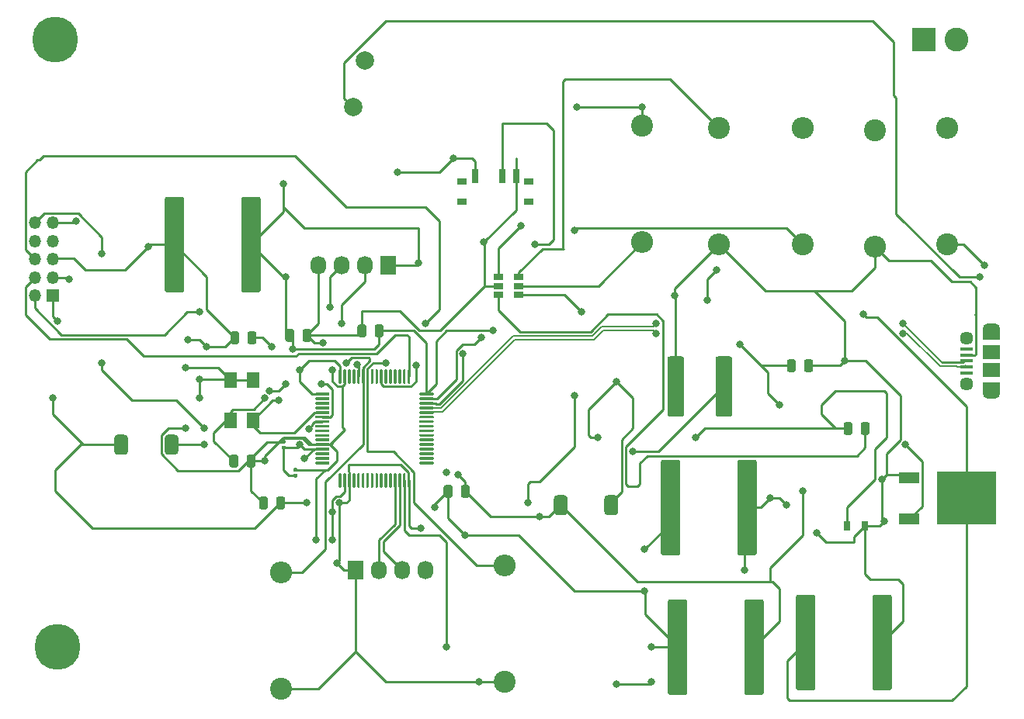
<source format=gbr>
%TF.GenerationSoftware,KiCad,Pcbnew,(5.1.6)-1*%
%TF.CreationDate,2021-02-28T15:35:06+06:00*%
%TF.ProjectId,STM32MCU + Buck Converter,53544d33-324d-4435-9520-2b204275636b,rev?*%
%TF.SameCoordinates,Original*%
%TF.FileFunction,Copper,L1,Top*%
%TF.FilePolarity,Positive*%
%FSLAX46Y46*%
G04 Gerber Fmt 4.6, Leading zero omitted, Abs format (unit mm)*
G04 Created by KiCad (PCBNEW (5.1.6)-1) date 2021-02-28 15:35:06*
%MOMM*%
%LPD*%
G01*
G04 APERTURE LIST*
%TA.AperFunction,ComponentPad*%
%ADD10C,5.000000*%
%TD*%
%TA.AperFunction,SMDPad,CuDef*%
%ADD11R,1.900000X1.200000*%
%TD*%
%TA.AperFunction,ComponentPad*%
%ADD12O,1.900000X1.200000*%
%TD*%
%TA.AperFunction,SMDPad,CuDef*%
%ADD13R,1.900000X1.500000*%
%TD*%
%TA.AperFunction,ComponentPad*%
%ADD14C,1.450000*%
%TD*%
%TA.AperFunction,SMDPad,CuDef*%
%ADD15R,1.350000X0.400000*%
%TD*%
%TA.AperFunction,ComponentPad*%
%ADD16C,2.600000*%
%TD*%
%TA.AperFunction,ComponentPad*%
%ADD17R,2.600000X2.600000*%
%TD*%
%TA.AperFunction,ComponentPad*%
%ADD18O,1.350000X1.350000*%
%TD*%
%TA.AperFunction,ComponentPad*%
%ADD19R,1.350000X1.350000*%
%TD*%
%TA.AperFunction,SMDPad,CuDef*%
%ADD20R,0.800000X1.000000*%
%TD*%
%TA.AperFunction,ComponentPad*%
%ADD21C,2.010000*%
%TD*%
%TA.AperFunction,ComponentPad*%
%ADD22O,1.730000X2.030000*%
%TD*%
%TA.AperFunction,ComponentPad*%
%ADD23R,1.730000X2.030000*%
%TD*%
%TA.AperFunction,SMDPad,CuDef*%
%ADD24R,2.200000X1.200000*%
%TD*%
%TA.AperFunction,SMDPad,CuDef*%
%ADD25R,6.400000X5.800000*%
%TD*%
%TA.AperFunction,ComponentPad*%
%ADD26C,2.400000*%
%TD*%
%TA.AperFunction,ComponentPad*%
%ADD27O,2.400000X2.400000*%
%TD*%
%TA.AperFunction,SMDPad,CuDef*%
%ADD28R,0.700000X1.500000*%
%TD*%
%TA.AperFunction,SMDPad,CuDef*%
%ADD29R,1.000000X0.800000*%
%TD*%
%TA.AperFunction,SMDPad,CuDef*%
%ADD30R,1.060000X0.650000*%
%TD*%
%TA.AperFunction,SMDPad,CuDef*%
%ADD31R,1.400000X1.800000*%
%TD*%
%TA.AperFunction,ViaPad*%
%ADD32C,0.800000*%
%TD*%
%TA.AperFunction,Conductor*%
%ADD33C,0.250000*%
%TD*%
%TA.AperFunction,Conductor*%
%ADD34C,0.200000*%
%TD*%
G04 APERTURE END LIST*
D10*
%TO.P,REF\u002A\u002A,1*%
%TO.N,N/C*%
X83312000Y-103886000D03*
%TD*%
%TO.P,REF\u002A\u002A,1*%
%TO.N,N/C*%
X83058000Y-37592000D03*
%TD*%
D11*
%TO.P,J5,6*%
%TO.N,N/C*%
X185133500Y-75544000D03*
X185133500Y-69744000D03*
D12*
X185133500Y-69144000D03*
X185133500Y-76144000D03*
D13*
X185133500Y-73644000D03*
D14*
X182433500Y-70144000D03*
D15*
%TO.P,J5,3*%
%TO.N,USB_D+*%
X182433500Y-72644000D03*
%TO.P,J5,4*%
%TO.N,GND*%
X182433500Y-71994000D03*
%TO.P,J5,5*%
%TO.N,Net-(J5-Pad5)*%
X182433500Y-71344000D03*
%TO.P,J5,1*%
%TO.N,+5V*%
X182433500Y-73944000D03*
%TO.P,J5,2*%
%TO.N,USB_D-*%
X182433500Y-73294000D03*
D14*
%TO.P,J5,6*%
%TO.N,N/C*%
X182433500Y-75144000D03*
D13*
X185133500Y-71644000D03*
%TD*%
%TO.P,U1,64*%
%TO.N,+3V3*%
%TA.AperFunction,SMDPad,CuDef*%
G36*
G01*
X113956000Y-75035000D02*
X113956000Y-73635000D01*
G75*
G02*
X114031000Y-73560000I75000J0D01*
G01*
X114181000Y-73560000D01*
G75*
G02*
X114256000Y-73635000I0J-75000D01*
G01*
X114256000Y-75035000D01*
G75*
G02*
X114181000Y-75110000I-75000J0D01*
G01*
X114031000Y-75110000D01*
G75*
G02*
X113956000Y-75035000I0J75000D01*
G01*
G37*
%TD.AperFunction*%
%TO.P,U1,63*%
%TO.N,GND*%
%TA.AperFunction,SMDPad,CuDef*%
G36*
G01*
X114456000Y-75035000D02*
X114456000Y-73635000D01*
G75*
G02*
X114531000Y-73560000I75000J0D01*
G01*
X114681000Y-73560000D01*
G75*
G02*
X114756000Y-73635000I0J-75000D01*
G01*
X114756000Y-75035000D01*
G75*
G02*
X114681000Y-75110000I-75000J0D01*
G01*
X114531000Y-75110000D01*
G75*
G02*
X114456000Y-75035000I0J75000D01*
G01*
G37*
%TD.AperFunction*%
%TO.P,U1,62*%
%TO.N,Net-(U1-Pad62)*%
%TA.AperFunction,SMDPad,CuDef*%
G36*
G01*
X114956000Y-75035000D02*
X114956000Y-73635000D01*
G75*
G02*
X115031000Y-73560000I75000J0D01*
G01*
X115181000Y-73560000D01*
G75*
G02*
X115256000Y-73635000I0J-75000D01*
G01*
X115256000Y-75035000D01*
G75*
G02*
X115181000Y-75110000I-75000J0D01*
G01*
X115031000Y-75110000D01*
G75*
G02*
X114956000Y-75035000I0J75000D01*
G01*
G37*
%TD.AperFunction*%
%TO.P,U1,61*%
%TO.N,Net-(U1-Pad61)*%
%TA.AperFunction,SMDPad,CuDef*%
G36*
G01*
X115456000Y-75035000D02*
X115456000Y-73635000D01*
G75*
G02*
X115531000Y-73560000I75000J0D01*
G01*
X115681000Y-73560000D01*
G75*
G02*
X115756000Y-73635000I0J-75000D01*
G01*
X115756000Y-75035000D01*
G75*
G02*
X115681000Y-75110000I-75000J0D01*
G01*
X115531000Y-75110000D01*
G75*
G02*
X115456000Y-75035000I0J75000D01*
G01*
G37*
%TD.AperFunction*%
%TO.P,U1,60*%
%TO.N,BOOT0*%
%TA.AperFunction,SMDPad,CuDef*%
G36*
G01*
X115956000Y-75035000D02*
X115956000Y-73635000D01*
G75*
G02*
X116031000Y-73560000I75000J0D01*
G01*
X116181000Y-73560000D01*
G75*
G02*
X116256000Y-73635000I0J-75000D01*
G01*
X116256000Y-75035000D01*
G75*
G02*
X116181000Y-75110000I-75000J0D01*
G01*
X116031000Y-75110000D01*
G75*
G02*
X115956000Y-75035000I0J75000D01*
G01*
G37*
%TD.AperFunction*%
%TO.P,U1,59*%
%TO.N,I2C1_SDA*%
%TA.AperFunction,SMDPad,CuDef*%
G36*
G01*
X116456000Y-75035000D02*
X116456000Y-73635000D01*
G75*
G02*
X116531000Y-73560000I75000J0D01*
G01*
X116681000Y-73560000D01*
G75*
G02*
X116756000Y-73635000I0J-75000D01*
G01*
X116756000Y-75035000D01*
G75*
G02*
X116681000Y-75110000I-75000J0D01*
G01*
X116531000Y-75110000D01*
G75*
G02*
X116456000Y-75035000I0J75000D01*
G01*
G37*
%TD.AperFunction*%
%TO.P,U1,58*%
%TO.N,I2C1_SCL*%
%TA.AperFunction,SMDPad,CuDef*%
G36*
G01*
X116956000Y-75035000D02*
X116956000Y-73635000D01*
G75*
G02*
X117031000Y-73560000I75000J0D01*
G01*
X117181000Y-73560000D01*
G75*
G02*
X117256000Y-73635000I0J-75000D01*
G01*
X117256000Y-75035000D01*
G75*
G02*
X117181000Y-75110000I-75000J0D01*
G01*
X117031000Y-75110000D01*
G75*
G02*
X116956000Y-75035000I0J75000D01*
G01*
G37*
%TD.AperFunction*%
%TO.P,U1,57*%
%TO.N,Net-(U1-Pad57)*%
%TA.AperFunction,SMDPad,CuDef*%
G36*
G01*
X117456000Y-75035000D02*
X117456000Y-73635000D01*
G75*
G02*
X117531000Y-73560000I75000J0D01*
G01*
X117681000Y-73560000D01*
G75*
G02*
X117756000Y-73635000I0J-75000D01*
G01*
X117756000Y-75035000D01*
G75*
G02*
X117681000Y-75110000I-75000J0D01*
G01*
X117531000Y-75110000D01*
G75*
G02*
X117456000Y-75035000I0J75000D01*
G01*
G37*
%TD.AperFunction*%
%TO.P,U1,56*%
%TO.N,Net-(U1-Pad56)*%
%TA.AperFunction,SMDPad,CuDef*%
G36*
G01*
X117956000Y-75035000D02*
X117956000Y-73635000D01*
G75*
G02*
X118031000Y-73560000I75000J0D01*
G01*
X118181000Y-73560000D01*
G75*
G02*
X118256000Y-73635000I0J-75000D01*
G01*
X118256000Y-75035000D01*
G75*
G02*
X118181000Y-75110000I-75000J0D01*
G01*
X118031000Y-75110000D01*
G75*
G02*
X117956000Y-75035000I0J75000D01*
G01*
G37*
%TD.AperFunction*%
%TO.P,U1,55*%
%TO.N,SWD*%
%TA.AperFunction,SMDPad,CuDef*%
G36*
G01*
X118456000Y-75035000D02*
X118456000Y-73635000D01*
G75*
G02*
X118531000Y-73560000I75000J0D01*
G01*
X118681000Y-73560000D01*
G75*
G02*
X118756000Y-73635000I0J-75000D01*
G01*
X118756000Y-75035000D01*
G75*
G02*
X118681000Y-75110000I-75000J0D01*
G01*
X118531000Y-75110000D01*
G75*
G02*
X118456000Y-75035000I0J75000D01*
G01*
G37*
%TD.AperFunction*%
%TO.P,U1,54*%
%TO.N,Net-(U1-Pad54)*%
%TA.AperFunction,SMDPad,CuDef*%
G36*
G01*
X118956000Y-75035000D02*
X118956000Y-73635000D01*
G75*
G02*
X119031000Y-73560000I75000J0D01*
G01*
X119181000Y-73560000D01*
G75*
G02*
X119256000Y-73635000I0J-75000D01*
G01*
X119256000Y-75035000D01*
G75*
G02*
X119181000Y-75110000I-75000J0D01*
G01*
X119031000Y-75110000D01*
G75*
G02*
X118956000Y-75035000I0J75000D01*
G01*
G37*
%TD.AperFunction*%
%TO.P,U1,53*%
%TO.N,Net-(U1-Pad53)*%
%TA.AperFunction,SMDPad,CuDef*%
G36*
G01*
X119456000Y-75035000D02*
X119456000Y-73635000D01*
G75*
G02*
X119531000Y-73560000I75000J0D01*
G01*
X119681000Y-73560000D01*
G75*
G02*
X119756000Y-73635000I0J-75000D01*
G01*
X119756000Y-75035000D01*
G75*
G02*
X119681000Y-75110000I-75000J0D01*
G01*
X119531000Y-75110000D01*
G75*
G02*
X119456000Y-75035000I0J75000D01*
G01*
G37*
%TD.AperFunction*%
%TO.P,U1,52*%
%TO.N,Net-(U1-Pad52)*%
%TA.AperFunction,SMDPad,CuDef*%
G36*
G01*
X119956000Y-75035000D02*
X119956000Y-73635000D01*
G75*
G02*
X120031000Y-73560000I75000J0D01*
G01*
X120181000Y-73560000D01*
G75*
G02*
X120256000Y-73635000I0J-75000D01*
G01*
X120256000Y-75035000D01*
G75*
G02*
X120181000Y-75110000I-75000J0D01*
G01*
X120031000Y-75110000D01*
G75*
G02*
X119956000Y-75035000I0J75000D01*
G01*
G37*
%TD.AperFunction*%
%TO.P,U1,51*%
%TO.N,Net-(U1-Pad51)*%
%TA.AperFunction,SMDPad,CuDef*%
G36*
G01*
X120456000Y-75035000D02*
X120456000Y-73635000D01*
G75*
G02*
X120531000Y-73560000I75000J0D01*
G01*
X120681000Y-73560000D01*
G75*
G02*
X120756000Y-73635000I0J-75000D01*
G01*
X120756000Y-75035000D01*
G75*
G02*
X120681000Y-75110000I-75000J0D01*
G01*
X120531000Y-75110000D01*
G75*
G02*
X120456000Y-75035000I0J75000D01*
G01*
G37*
%TD.AperFunction*%
%TO.P,U1,50*%
%TO.N,Net-(U1-Pad50)*%
%TA.AperFunction,SMDPad,CuDef*%
G36*
G01*
X120956000Y-75035000D02*
X120956000Y-73635000D01*
G75*
G02*
X121031000Y-73560000I75000J0D01*
G01*
X121181000Y-73560000D01*
G75*
G02*
X121256000Y-73635000I0J-75000D01*
G01*
X121256000Y-75035000D01*
G75*
G02*
X121181000Y-75110000I-75000J0D01*
G01*
X121031000Y-75110000D01*
G75*
G02*
X120956000Y-75035000I0J75000D01*
G01*
G37*
%TD.AperFunction*%
%TO.P,U1,49*%
%TO.N,SWCLK*%
%TA.AperFunction,SMDPad,CuDef*%
G36*
G01*
X121456000Y-75035000D02*
X121456000Y-73635000D01*
G75*
G02*
X121531000Y-73560000I75000J0D01*
G01*
X121681000Y-73560000D01*
G75*
G02*
X121756000Y-73635000I0J-75000D01*
G01*
X121756000Y-75035000D01*
G75*
G02*
X121681000Y-75110000I-75000J0D01*
G01*
X121531000Y-75110000D01*
G75*
G02*
X121456000Y-75035000I0J75000D01*
G01*
G37*
%TD.AperFunction*%
%TO.P,U1,48*%
%TO.N,+3V3*%
%TA.AperFunction,SMDPad,CuDef*%
G36*
G01*
X122756000Y-76335000D02*
X122756000Y-76185000D01*
G75*
G02*
X122831000Y-76110000I75000J0D01*
G01*
X124231000Y-76110000D01*
G75*
G02*
X124306000Y-76185000I0J-75000D01*
G01*
X124306000Y-76335000D01*
G75*
G02*
X124231000Y-76410000I-75000J0D01*
G01*
X122831000Y-76410000D01*
G75*
G02*
X122756000Y-76335000I0J75000D01*
G01*
G37*
%TD.AperFunction*%
%TO.P,U1,47*%
%TO.N,Net-(C7-Pad1)*%
%TA.AperFunction,SMDPad,CuDef*%
G36*
G01*
X122756000Y-76835000D02*
X122756000Y-76685000D01*
G75*
G02*
X122831000Y-76610000I75000J0D01*
G01*
X124231000Y-76610000D01*
G75*
G02*
X124306000Y-76685000I0J-75000D01*
G01*
X124306000Y-76835000D01*
G75*
G02*
X124231000Y-76910000I-75000J0D01*
G01*
X122831000Y-76910000D01*
G75*
G02*
X122756000Y-76835000I0J75000D01*
G01*
G37*
%TD.AperFunction*%
%TO.P,U1,46*%
%TO.N,SWDIO*%
%TA.AperFunction,SMDPad,CuDef*%
G36*
G01*
X122756000Y-77335000D02*
X122756000Y-77185000D01*
G75*
G02*
X122831000Y-77110000I75000J0D01*
G01*
X124231000Y-77110000D01*
G75*
G02*
X124306000Y-77185000I0J-75000D01*
G01*
X124306000Y-77335000D01*
G75*
G02*
X124231000Y-77410000I-75000J0D01*
G01*
X122831000Y-77410000D01*
G75*
G02*
X122756000Y-77335000I0J75000D01*
G01*
G37*
%TD.AperFunction*%
%TO.P,U1,45*%
%TO.N,USB_D+*%
%TA.AperFunction,SMDPad,CuDef*%
G36*
G01*
X122756000Y-77835000D02*
X122756000Y-77685000D01*
G75*
G02*
X122831000Y-77610000I75000J0D01*
G01*
X124231000Y-77610000D01*
G75*
G02*
X124306000Y-77685000I0J-75000D01*
G01*
X124306000Y-77835000D01*
G75*
G02*
X124231000Y-77910000I-75000J0D01*
G01*
X122831000Y-77910000D01*
G75*
G02*
X122756000Y-77835000I0J75000D01*
G01*
G37*
%TD.AperFunction*%
%TO.P,U1,44*%
%TO.N,USB_D-*%
%TA.AperFunction,SMDPad,CuDef*%
G36*
G01*
X122756000Y-78335000D02*
X122756000Y-78185000D01*
G75*
G02*
X122831000Y-78110000I75000J0D01*
G01*
X124231000Y-78110000D01*
G75*
G02*
X124306000Y-78185000I0J-75000D01*
G01*
X124306000Y-78335000D01*
G75*
G02*
X124231000Y-78410000I-75000J0D01*
G01*
X122831000Y-78410000D01*
G75*
G02*
X122756000Y-78335000I0J75000D01*
G01*
G37*
%TD.AperFunction*%
%TO.P,U1,43*%
%TO.N,Net-(U1-Pad43)*%
%TA.AperFunction,SMDPad,CuDef*%
G36*
G01*
X122756000Y-78835000D02*
X122756000Y-78685000D01*
G75*
G02*
X122831000Y-78610000I75000J0D01*
G01*
X124231000Y-78610000D01*
G75*
G02*
X124306000Y-78685000I0J-75000D01*
G01*
X124306000Y-78835000D01*
G75*
G02*
X124231000Y-78910000I-75000J0D01*
G01*
X122831000Y-78910000D01*
G75*
G02*
X122756000Y-78835000I0J75000D01*
G01*
G37*
%TD.AperFunction*%
%TO.P,U1,42*%
%TO.N,Net-(U1-Pad42)*%
%TA.AperFunction,SMDPad,CuDef*%
G36*
G01*
X122756000Y-79335000D02*
X122756000Y-79185000D01*
G75*
G02*
X122831000Y-79110000I75000J0D01*
G01*
X124231000Y-79110000D01*
G75*
G02*
X124306000Y-79185000I0J-75000D01*
G01*
X124306000Y-79335000D01*
G75*
G02*
X124231000Y-79410000I-75000J0D01*
G01*
X122831000Y-79410000D01*
G75*
G02*
X122756000Y-79335000I0J75000D01*
G01*
G37*
%TD.AperFunction*%
%TO.P,U1,41*%
%TO.N,Net-(U1-Pad41)*%
%TA.AperFunction,SMDPad,CuDef*%
G36*
G01*
X122756000Y-79835000D02*
X122756000Y-79685000D01*
G75*
G02*
X122831000Y-79610000I75000J0D01*
G01*
X124231000Y-79610000D01*
G75*
G02*
X124306000Y-79685000I0J-75000D01*
G01*
X124306000Y-79835000D01*
G75*
G02*
X124231000Y-79910000I-75000J0D01*
G01*
X122831000Y-79910000D01*
G75*
G02*
X122756000Y-79835000I0J75000D01*
G01*
G37*
%TD.AperFunction*%
%TO.P,U1,40*%
%TO.N,Net-(U1-Pad40)*%
%TA.AperFunction,SMDPad,CuDef*%
G36*
G01*
X122756000Y-80335000D02*
X122756000Y-80185000D01*
G75*
G02*
X122831000Y-80110000I75000J0D01*
G01*
X124231000Y-80110000D01*
G75*
G02*
X124306000Y-80185000I0J-75000D01*
G01*
X124306000Y-80335000D01*
G75*
G02*
X124231000Y-80410000I-75000J0D01*
G01*
X122831000Y-80410000D01*
G75*
G02*
X122756000Y-80335000I0J75000D01*
G01*
G37*
%TD.AperFunction*%
%TO.P,U1,39*%
%TO.N,Net-(U1-Pad39)*%
%TA.AperFunction,SMDPad,CuDef*%
G36*
G01*
X122756000Y-80835000D02*
X122756000Y-80685000D01*
G75*
G02*
X122831000Y-80610000I75000J0D01*
G01*
X124231000Y-80610000D01*
G75*
G02*
X124306000Y-80685000I0J-75000D01*
G01*
X124306000Y-80835000D01*
G75*
G02*
X124231000Y-80910000I-75000J0D01*
G01*
X122831000Y-80910000D01*
G75*
G02*
X122756000Y-80835000I0J75000D01*
G01*
G37*
%TD.AperFunction*%
%TO.P,U1,38*%
%TO.N,Net-(U1-Pad38)*%
%TA.AperFunction,SMDPad,CuDef*%
G36*
G01*
X122756000Y-81335000D02*
X122756000Y-81185000D01*
G75*
G02*
X122831000Y-81110000I75000J0D01*
G01*
X124231000Y-81110000D01*
G75*
G02*
X124306000Y-81185000I0J-75000D01*
G01*
X124306000Y-81335000D01*
G75*
G02*
X124231000Y-81410000I-75000J0D01*
G01*
X122831000Y-81410000D01*
G75*
G02*
X122756000Y-81335000I0J75000D01*
G01*
G37*
%TD.AperFunction*%
%TO.P,U1,37*%
%TO.N,Net-(U1-Pad37)*%
%TA.AperFunction,SMDPad,CuDef*%
G36*
G01*
X122756000Y-81835000D02*
X122756000Y-81685000D01*
G75*
G02*
X122831000Y-81610000I75000J0D01*
G01*
X124231000Y-81610000D01*
G75*
G02*
X124306000Y-81685000I0J-75000D01*
G01*
X124306000Y-81835000D01*
G75*
G02*
X124231000Y-81910000I-75000J0D01*
G01*
X122831000Y-81910000D01*
G75*
G02*
X122756000Y-81835000I0J75000D01*
G01*
G37*
%TD.AperFunction*%
%TO.P,U1,36*%
%TO.N,Net-(U1-Pad36)*%
%TA.AperFunction,SMDPad,CuDef*%
G36*
G01*
X122756000Y-82335000D02*
X122756000Y-82185000D01*
G75*
G02*
X122831000Y-82110000I75000J0D01*
G01*
X124231000Y-82110000D01*
G75*
G02*
X124306000Y-82185000I0J-75000D01*
G01*
X124306000Y-82335000D01*
G75*
G02*
X124231000Y-82410000I-75000J0D01*
G01*
X122831000Y-82410000D01*
G75*
G02*
X122756000Y-82335000I0J75000D01*
G01*
G37*
%TD.AperFunction*%
%TO.P,U1,35*%
%TO.N,Net-(U1-Pad35)*%
%TA.AperFunction,SMDPad,CuDef*%
G36*
G01*
X122756000Y-82835000D02*
X122756000Y-82685000D01*
G75*
G02*
X122831000Y-82610000I75000J0D01*
G01*
X124231000Y-82610000D01*
G75*
G02*
X124306000Y-82685000I0J-75000D01*
G01*
X124306000Y-82835000D01*
G75*
G02*
X124231000Y-82910000I-75000J0D01*
G01*
X122831000Y-82910000D01*
G75*
G02*
X122756000Y-82835000I0J75000D01*
G01*
G37*
%TD.AperFunction*%
%TO.P,U1,34*%
%TO.N,Net-(U1-Pad34)*%
%TA.AperFunction,SMDPad,CuDef*%
G36*
G01*
X122756000Y-83335000D02*
X122756000Y-83185000D01*
G75*
G02*
X122831000Y-83110000I75000J0D01*
G01*
X124231000Y-83110000D01*
G75*
G02*
X124306000Y-83185000I0J-75000D01*
G01*
X124306000Y-83335000D01*
G75*
G02*
X124231000Y-83410000I-75000J0D01*
G01*
X122831000Y-83410000D01*
G75*
G02*
X122756000Y-83335000I0J75000D01*
G01*
G37*
%TD.AperFunction*%
%TO.P,U1,33*%
%TO.N,Net-(U1-Pad33)*%
%TA.AperFunction,SMDPad,CuDef*%
G36*
G01*
X122756000Y-83835000D02*
X122756000Y-83685000D01*
G75*
G02*
X122831000Y-83610000I75000J0D01*
G01*
X124231000Y-83610000D01*
G75*
G02*
X124306000Y-83685000I0J-75000D01*
G01*
X124306000Y-83835000D01*
G75*
G02*
X124231000Y-83910000I-75000J0D01*
G01*
X122831000Y-83910000D01*
G75*
G02*
X122756000Y-83835000I0J75000D01*
G01*
G37*
%TD.AperFunction*%
%TO.P,U1,32*%
%TO.N,+3V3*%
%TA.AperFunction,SMDPad,CuDef*%
G36*
G01*
X121456000Y-86385000D02*
X121456000Y-84985000D01*
G75*
G02*
X121531000Y-84910000I75000J0D01*
G01*
X121681000Y-84910000D01*
G75*
G02*
X121756000Y-84985000I0J-75000D01*
G01*
X121756000Y-86385000D01*
G75*
G02*
X121681000Y-86460000I-75000J0D01*
G01*
X121531000Y-86460000D01*
G75*
G02*
X121456000Y-86385000I0J75000D01*
G01*
G37*
%TD.AperFunction*%
%TO.P,U1,31*%
%TO.N,Net-(C1-Pad1)*%
%TA.AperFunction,SMDPad,CuDef*%
G36*
G01*
X120956000Y-86385000D02*
X120956000Y-84985000D01*
G75*
G02*
X121031000Y-84910000I75000J0D01*
G01*
X121181000Y-84910000D01*
G75*
G02*
X121256000Y-84985000I0J-75000D01*
G01*
X121256000Y-86385000D01*
G75*
G02*
X121181000Y-86460000I-75000J0D01*
G01*
X121031000Y-86460000D01*
G75*
G02*
X120956000Y-86385000I0J75000D01*
G01*
G37*
%TD.AperFunction*%
%TO.P,U1,30*%
%TO.N,UART3_Rx*%
%TA.AperFunction,SMDPad,CuDef*%
G36*
G01*
X120456000Y-86385000D02*
X120456000Y-84985000D01*
G75*
G02*
X120531000Y-84910000I75000J0D01*
G01*
X120681000Y-84910000D01*
G75*
G02*
X120756000Y-84985000I0J-75000D01*
G01*
X120756000Y-86385000D01*
G75*
G02*
X120681000Y-86460000I-75000J0D01*
G01*
X120531000Y-86460000D01*
G75*
G02*
X120456000Y-86385000I0J75000D01*
G01*
G37*
%TD.AperFunction*%
%TO.P,U1,29*%
%TO.N,UART3_Tx*%
%TA.AperFunction,SMDPad,CuDef*%
G36*
G01*
X119956000Y-86385000D02*
X119956000Y-84985000D01*
G75*
G02*
X120031000Y-84910000I75000J0D01*
G01*
X120181000Y-84910000D01*
G75*
G02*
X120256000Y-84985000I0J-75000D01*
G01*
X120256000Y-86385000D01*
G75*
G02*
X120181000Y-86460000I-75000J0D01*
G01*
X120031000Y-86460000D01*
G75*
G02*
X119956000Y-86385000I0J75000D01*
G01*
G37*
%TD.AperFunction*%
%TO.P,U1,28*%
%TO.N,Net-(U1-Pad28)*%
%TA.AperFunction,SMDPad,CuDef*%
G36*
G01*
X119456000Y-86385000D02*
X119456000Y-84985000D01*
G75*
G02*
X119531000Y-84910000I75000J0D01*
G01*
X119681000Y-84910000D01*
G75*
G02*
X119756000Y-84985000I0J-75000D01*
G01*
X119756000Y-86385000D01*
G75*
G02*
X119681000Y-86460000I-75000J0D01*
G01*
X119531000Y-86460000D01*
G75*
G02*
X119456000Y-86385000I0J75000D01*
G01*
G37*
%TD.AperFunction*%
%TO.P,U1,27*%
%TO.N,Net-(U1-Pad27)*%
%TA.AperFunction,SMDPad,CuDef*%
G36*
G01*
X118956000Y-86385000D02*
X118956000Y-84985000D01*
G75*
G02*
X119031000Y-84910000I75000J0D01*
G01*
X119181000Y-84910000D01*
G75*
G02*
X119256000Y-84985000I0J-75000D01*
G01*
X119256000Y-86385000D01*
G75*
G02*
X119181000Y-86460000I-75000J0D01*
G01*
X119031000Y-86460000D01*
G75*
G02*
X118956000Y-86385000I0J75000D01*
G01*
G37*
%TD.AperFunction*%
%TO.P,U1,26*%
%TO.N,Net-(U1-Pad26)*%
%TA.AperFunction,SMDPad,CuDef*%
G36*
G01*
X118456000Y-86385000D02*
X118456000Y-84985000D01*
G75*
G02*
X118531000Y-84910000I75000J0D01*
G01*
X118681000Y-84910000D01*
G75*
G02*
X118756000Y-84985000I0J-75000D01*
G01*
X118756000Y-86385000D01*
G75*
G02*
X118681000Y-86460000I-75000J0D01*
G01*
X118531000Y-86460000D01*
G75*
G02*
X118456000Y-86385000I0J75000D01*
G01*
G37*
%TD.AperFunction*%
%TO.P,U1,25*%
%TO.N,Net-(U1-Pad25)*%
%TA.AperFunction,SMDPad,CuDef*%
G36*
G01*
X117956000Y-86385000D02*
X117956000Y-84985000D01*
G75*
G02*
X118031000Y-84910000I75000J0D01*
G01*
X118181000Y-84910000D01*
G75*
G02*
X118256000Y-84985000I0J-75000D01*
G01*
X118256000Y-86385000D01*
G75*
G02*
X118181000Y-86460000I-75000J0D01*
G01*
X118031000Y-86460000D01*
G75*
G02*
X117956000Y-86385000I0J75000D01*
G01*
G37*
%TD.AperFunction*%
%TO.P,U1,24*%
%TO.N,Net-(U1-Pad24)*%
%TA.AperFunction,SMDPad,CuDef*%
G36*
G01*
X117456000Y-86385000D02*
X117456000Y-84985000D01*
G75*
G02*
X117531000Y-84910000I75000J0D01*
G01*
X117681000Y-84910000D01*
G75*
G02*
X117756000Y-84985000I0J-75000D01*
G01*
X117756000Y-86385000D01*
G75*
G02*
X117681000Y-86460000I-75000J0D01*
G01*
X117531000Y-86460000D01*
G75*
G02*
X117456000Y-86385000I0J75000D01*
G01*
G37*
%TD.AperFunction*%
%TO.P,U1,23*%
%TO.N,Net-(U1-Pad23)*%
%TA.AperFunction,SMDPad,CuDef*%
G36*
G01*
X116956000Y-86385000D02*
X116956000Y-84985000D01*
G75*
G02*
X117031000Y-84910000I75000J0D01*
G01*
X117181000Y-84910000D01*
G75*
G02*
X117256000Y-84985000I0J-75000D01*
G01*
X117256000Y-86385000D01*
G75*
G02*
X117181000Y-86460000I-75000J0D01*
G01*
X117031000Y-86460000D01*
G75*
G02*
X116956000Y-86385000I0J75000D01*
G01*
G37*
%TD.AperFunction*%
%TO.P,U1,22*%
%TO.N,Net-(U1-Pad22)*%
%TA.AperFunction,SMDPad,CuDef*%
G36*
G01*
X116456000Y-86385000D02*
X116456000Y-84985000D01*
G75*
G02*
X116531000Y-84910000I75000J0D01*
G01*
X116681000Y-84910000D01*
G75*
G02*
X116756000Y-84985000I0J-75000D01*
G01*
X116756000Y-86385000D01*
G75*
G02*
X116681000Y-86460000I-75000J0D01*
G01*
X116531000Y-86460000D01*
G75*
G02*
X116456000Y-86385000I0J75000D01*
G01*
G37*
%TD.AperFunction*%
%TO.P,U1,21*%
%TO.N,Net-(U1-Pad21)*%
%TA.AperFunction,SMDPad,CuDef*%
G36*
G01*
X115956000Y-86385000D02*
X115956000Y-84985000D01*
G75*
G02*
X116031000Y-84910000I75000J0D01*
G01*
X116181000Y-84910000D01*
G75*
G02*
X116256000Y-84985000I0J-75000D01*
G01*
X116256000Y-86385000D01*
G75*
G02*
X116181000Y-86460000I-75000J0D01*
G01*
X116031000Y-86460000D01*
G75*
G02*
X115956000Y-86385000I0J75000D01*
G01*
G37*
%TD.AperFunction*%
%TO.P,U1,20*%
%TO.N,Net-(U1-Pad20)*%
%TA.AperFunction,SMDPad,CuDef*%
G36*
G01*
X115456000Y-86385000D02*
X115456000Y-84985000D01*
G75*
G02*
X115531000Y-84910000I75000J0D01*
G01*
X115681000Y-84910000D01*
G75*
G02*
X115756000Y-84985000I0J-75000D01*
G01*
X115756000Y-86385000D01*
G75*
G02*
X115681000Y-86460000I-75000J0D01*
G01*
X115531000Y-86460000D01*
G75*
G02*
X115456000Y-86385000I0J75000D01*
G01*
G37*
%TD.AperFunction*%
%TO.P,U1,19*%
%TO.N,+3V3*%
%TA.AperFunction,SMDPad,CuDef*%
G36*
G01*
X114956000Y-86385000D02*
X114956000Y-84985000D01*
G75*
G02*
X115031000Y-84910000I75000J0D01*
G01*
X115181000Y-84910000D01*
G75*
G02*
X115256000Y-84985000I0J-75000D01*
G01*
X115256000Y-86385000D01*
G75*
G02*
X115181000Y-86460000I-75000J0D01*
G01*
X115031000Y-86460000D01*
G75*
G02*
X114956000Y-86385000I0J75000D01*
G01*
G37*
%TD.AperFunction*%
%TO.P,U1,18*%
%TO.N,GND*%
%TA.AperFunction,SMDPad,CuDef*%
G36*
G01*
X114456000Y-86385000D02*
X114456000Y-84985000D01*
G75*
G02*
X114531000Y-84910000I75000J0D01*
G01*
X114681000Y-84910000D01*
G75*
G02*
X114756000Y-84985000I0J-75000D01*
G01*
X114756000Y-86385000D01*
G75*
G02*
X114681000Y-86460000I-75000J0D01*
G01*
X114531000Y-86460000D01*
G75*
G02*
X114456000Y-86385000I0J75000D01*
G01*
G37*
%TD.AperFunction*%
%TO.P,U1,17*%
%TO.N,Net-(U1-Pad17)*%
%TA.AperFunction,SMDPad,CuDef*%
G36*
G01*
X113956000Y-86385000D02*
X113956000Y-84985000D01*
G75*
G02*
X114031000Y-84910000I75000J0D01*
G01*
X114181000Y-84910000D01*
G75*
G02*
X114256000Y-84985000I0J-75000D01*
G01*
X114256000Y-86385000D01*
G75*
G02*
X114181000Y-86460000I-75000J0D01*
G01*
X114031000Y-86460000D01*
G75*
G02*
X113956000Y-86385000I0J75000D01*
G01*
G37*
%TD.AperFunction*%
%TO.P,U1,16*%
%TO.N,Net-(U1-Pad16)*%
%TA.AperFunction,SMDPad,CuDef*%
G36*
G01*
X111406000Y-83835000D02*
X111406000Y-83685000D01*
G75*
G02*
X111481000Y-83610000I75000J0D01*
G01*
X112881000Y-83610000D01*
G75*
G02*
X112956000Y-83685000I0J-75000D01*
G01*
X112956000Y-83835000D01*
G75*
G02*
X112881000Y-83910000I-75000J0D01*
G01*
X111481000Y-83910000D01*
G75*
G02*
X111406000Y-83835000I0J75000D01*
G01*
G37*
%TD.AperFunction*%
%TO.P,U1,15*%
%TO.N,Net-(U1-Pad15)*%
%TA.AperFunction,SMDPad,CuDef*%
G36*
G01*
X111406000Y-83335000D02*
X111406000Y-83185000D01*
G75*
G02*
X111481000Y-83110000I75000J0D01*
G01*
X112881000Y-83110000D01*
G75*
G02*
X112956000Y-83185000I0J-75000D01*
G01*
X112956000Y-83335000D01*
G75*
G02*
X112881000Y-83410000I-75000J0D01*
G01*
X111481000Y-83410000D01*
G75*
G02*
X111406000Y-83335000I0J75000D01*
G01*
G37*
%TD.AperFunction*%
%TO.P,U1,14*%
%TO.N,Net-(U1-Pad14)*%
%TA.AperFunction,SMDPad,CuDef*%
G36*
G01*
X111406000Y-82835000D02*
X111406000Y-82685000D01*
G75*
G02*
X111481000Y-82610000I75000J0D01*
G01*
X112881000Y-82610000D01*
G75*
G02*
X112956000Y-82685000I0J-75000D01*
G01*
X112956000Y-82835000D01*
G75*
G02*
X112881000Y-82910000I-75000J0D01*
G01*
X111481000Y-82910000D01*
G75*
G02*
X111406000Y-82835000I0J75000D01*
G01*
G37*
%TD.AperFunction*%
%TO.P,U1,13*%
%TO.N,+3.3VA*%
%TA.AperFunction,SMDPad,CuDef*%
G36*
G01*
X111406000Y-82335000D02*
X111406000Y-82185000D01*
G75*
G02*
X111481000Y-82110000I75000J0D01*
G01*
X112881000Y-82110000D01*
G75*
G02*
X112956000Y-82185000I0J-75000D01*
G01*
X112956000Y-82335000D01*
G75*
G02*
X112881000Y-82410000I-75000J0D01*
G01*
X111481000Y-82410000D01*
G75*
G02*
X111406000Y-82335000I0J75000D01*
G01*
G37*
%TD.AperFunction*%
%TO.P,U1,12*%
%TO.N,GND*%
%TA.AperFunction,SMDPad,CuDef*%
G36*
G01*
X111406000Y-81835000D02*
X111406000Y-81685000D01*
G75*
G02*
X111481000Y-81610000I75000J0D01*
G01*
X112881000Y-81610000D01*
G75*
G02*
X112956000Y-81685000I0J-75000D01*
G01*
X112956000Y-81835000D01*
G75*
G02*
X112881000Y-81910000I-75000J0D01*
G01*
X111481000Y-81910000D01*
G75*
G02*
X111406000Y-81835000I0J75000D01*
G01*
G37*
%TD.AperFunction*%
%TO.P,U1,11*%
%TO.N,Net-(U1-Pad11)*%
%TA.AperFunction,SMDPad,CuDef*%
G36*
G01*
X111406000Y-81335000D02*
X111406000Y-81185000D01*
G75*
G02*
X111481000Y-81110000I75000J0D01*
G01*
X112881000Y-81110000D01*
G75*
G02*
X112956000Y-81185000I0J-75000D01*
G01*
X112956000Y-81335000D01*
G75*
G02*
X112881000Y-81410000I-75000J0D01*
G01*
X111481000Y-81410000D01*
G75*
G02*
X111406000Y-81335000I0J75000D01*
G01*
G37*
%TD.AperFunction*%
%TO.P,U1,10*%
%TO.N,Net-(U1-Pad10)*%
%TA.AperFunction,SMDPad,CuDef*%
G36*
G01*
X111406000Y-80835000D02*
X111406000Y-80685000D01*
G75*
G02*
X111481000Y-80610000I75000J0D01*
G01*
X112881000Y-80610000D01*
G75*
G02*
X112956000Y-80685000I0J-75000D01*
G01*
X112956000Y-80835000D01*
G75*
G02*
X112881000Y-80910000I-75000J0D01*
G01*
X111481000Y-80910000D01*
G75*
G02*
X111406000Y-80835000I0J75000D01*
G01*
G37*
%TD.AperFunction*%
%TO.P,U1,9*%
%TO.N,Net-(U1-Pad9)*%
%TA.AperFunction,SMDPad,CuDef*%
G36*
G01*
X111406000Y-80335000D02*
X111406000Y-80185000D01*
G75*
G02*
X111481000Y-80110000I75000J0D01*
G01*
X112881000Y-80110000D01*
G75*
G02*
X112956000Y-80185000I0J-75000D01*
G01*
X112956000Y-80335000D01*
G75*
G02*
X112881000Y-80410000I-75000J0D01*
G01*
X111481000Y-80410000D01*
G75*
G02*
X111406000Y-80335000I0J75000D01*
G01*
G37*
%TD.AperFunction*%
%TO.P,U1,8*%
%TO.N,Net-(U1-Pad8)*%
%TA.AperFunction,SMDPad,CuDef*%
G36*
G01*
X111406000Y-79835000D02*
X111406000Y-79685000D01*
G75*
G02*
X111481000Y-79610000I75000J0D01*
G01*
X112881000Y-79610000D01*
G75*
G02*
X112956000Y-79685000I0J-75000D01*
G01*
X112956000Y-79835000D01*
G75*
G02*
X112881000Y-79910000I-75000J0D01*
G01*
X111481000Y-79910000D01*
G75*
G02*
X111406000Y-79835000I0J75000D01*
G01*
G37*
%TD.AperFunction*%
%TO.P,U1,7*%
%TO.N,NRST*%
%TA.AperFunction,SMDPad,CuDef*%
G36*
G01*
X111406000Y-79335000D02*
X111406000Y-79185000D01*
G75*
G02*
X111481000Y-79110000I75000J0D01*
G01*
X112881000Y-79110000D01*
G75*
G02*
X112956000Y-79185000I0J-75000D01*
G01*
X112956000Y-79335000D01*
G75*
G02*
X112881000Y-79410000I-75000J0D01*
G01*
X111481000Y-79410000D01*
G75*
G02*
X111406000Y-79335000I0J75000D01*
G01*
G37*
%TD.AperFunction*%
%TO.P,U1,6*%
%TO.N,HSE_OUT*%
%TA.AperFunction,SMDPad,CuDef*%
G36*
G01*
X111406000Y-78835000D02*
X111406000Y-78685000D01*
G75*
G02*
X111481000Y-78610000I75000J0D01*
G01*
X112881000Y-78610000D01*
G75*
G02*
X112956000Y-78685000I0J-75000D01*
G01*
X112956000Y-78835000D01*
G75*
G02*
X112881000Y-78910000I-75000J0D01*
G01*
X111481000Y-78910000D01*
G75*
G02*
X111406000Y-78835000I0J75000D01*
G01*
G37*
%TD.AperFunction*%
%TO.P,U1,5*%
%TO.N,HSE_IN*%
%TA.AperFunction,SMDPad,CuDef*%
G36*
G01*
X111406000Y-78335000D02*
X111406000Y-78185000D01*
G75*
G02*
X111481000Y-78110000I75000J0D01*
G01*
X112881000Y-78110000D01*
G75*
G02*
X112956000Y-78185000I0J-75000D01*
G01*
X112956000Y-78335000D01*
G75*
G02*
X112881000Y-78410000I-75000J0D01*
G01*
X111481000Y-78410000D01*
G75*
G02*
X111406000Y-78335000I0J75000D01*
G01*
G37*
%TD.AperFunction*%
%TO.P,U1,4*%
%TO.N,Net-(U1-Pad4)*%
%TA.AperFunction,SMDPad,CuDef*%
G36*
G01*
X111406000Y-77835000D02*
X111406000Y-77685000D01*
G75*
G02*
X111481000Y-77610000I75000J0D01*
G01*
X112881000Y-77610000D01*
G75*
G02*
X112956000Y-77685000I0J-75000D01*
G01*
X112956000Y-77835000D01*
G75*
G02*
X112881000Y-77910000I-75000J0D01*
G01*
X111481000Y-77910000D01*
G75*
G02*
X111406000Y-77835000I0J75000D01*
G01*
G37*
%TD.AperFunction*%
%TO.P,U1,3*%
%TO.N,Net-(U1-Pad3)*%
%TA.AperFunction,SMDPad,CuDef*%
G36*
G01*
X111406000Y-77335000D02*
X111406000Y-77185000D01*
G75*
G02*
X111481000Y-77110000I75000J0D01*
G01*
X112881000Y-77110000D01*
G75*
G02*
X112956000Y-77185000I0J-75000D01*
G01*
X112956000Y-77335000D01*
G75*
G02*
X112881000Y-77410000I-75000J0D01*
G01*
X111481000Y-77410000D01*
G75*
G02*
X111406000Y-77335000I0J75000D01*
G01*
G37*
%TD.AperFunction*%
%TO.P,U1,2*%
%TO.N,Net-(U1-Pad2)*%
%TA.AperFunction,SMDPad,CuDef*%
G36*
G01*
X111406000Y-76835000D02*
X111406000Y-76685000D01*
G75*
G02*
X111481000Y-76610000I75000J0D01*
G01*
X112881000Y-76610000D01*
G75*
G02*
X112956000Y-76685000I0J-75000D01*
G01*
X112956000Y-76835000D01*
G75*
G02*
X112881000Y-76910000I-75000J0D01*
G01*
X111481000Y-76910000D01*
G75*
G02*
X111406000Y-76835000I0J75000D01*
G01*
G37*
%TD.AperFunction*%
%TO.P,U1,1*%
%TO.N,+3V3*%
%TA.AperFunction,SMDPad,CuDef*%
G36*
G01*
X111406000Y-76335000D02*
X111406000Y-76185000D01*
G75*
G02*
X111481000Y-76110000I75000J0D01*
G01*
X112881000Y-76110000D01*
G75*
G02*
X112956000Y-76185000I0J-75000D01*
G01*
X112956000Y-76335000D01*
G75*
G02*
X112881000Y-76410000I-75000J0D01*
G01*
X111481000Y-76410000D01*
G75*
G02*
X111406000Y-76335000I0J75000D01*
G01*
G37*
%TD.AperFunction*%
%TD*%
D16*
%TO.P,J1,2*%
%TO.N,GND*%
X181300000Y-37592000D03*
D17*
%TO.P,J1,1*%
%TO.N,+12V*%
X177800000Y-37592000D03*
%TD*%
D18*
%TO.P,J2,10*%
%TO.N,NRST*%
X80804000Y-57532000D03*
%TO.P,J2,9*%
%TO.N,GND*%
X82804000Y-57532000D03*
%TO.P,J2,8*%
%TO.N,Net-(J2-Pad8)*%
X80804000Y-59532000D03*
%TO.P,J2,7*%
%TO.N,Net-(J2-Pad7)*%
X82804000Y-59532000D03*
%TO.P,J2,6*%
%TO.N,SWD*%
X80804000Y-61532000D03*
%TO.P,J2,5*%
%TO.N,GND*%
X82804000Y-61532000D03*
%TO.P,J2,4*%
%TO.N,SWCLK*%
X80804000Y-63532000D03*
%TO.P,J2,3*%
%TO.N,GND*%
X82804000Y-63532000D03*
%TO.P,J2,2*%
%TO.N,SWDIO*%
X80804000Y-65532000D03*
D19*
%TO.P,J2,1*%
%TO.N,+3V3*%
X82804000Y-65532000D03*
%TD*%
%TO.P,C1,1*%
%TO.N,Net-(C1-Pad1)*%
%TA.AperFunction,SMDPad,CuDef*%
G36*
G01*
X156856000Y-72388000D02*
X156856000Y-78488000D01*
G75*
G02*
X156606000Y-78738000I-250000J0D01*
G01*
X155306000Y-78738000D01*
G75*
G02*
X155056000Y-78488000I0J250000D01*
G01*
X155056000Y-72388000D01*
G75*
G02*
X155306000Y-72138000I250000J0D01*
G01*
X156606000Y-72138000D01*
G75*
G02*
X156856000Y-72388000I0J-250000D01*
G01*
G37*
%TD.AperFunction*%
%TO.P,C1,2*%
%TO.N,GND*%
%TA.AperFunction,SMDPad,CuDef*%
G36*
G01*
X151606000Y-72388000D02*
X151606000Y-78488000D01*
G75*
G02*
X151356000Y-78738000I-250000J0D01*
G01*
X150056000Y-78738000D01*
G75*
G02*
X149806000Y-78488000I0J250000D01*
G01*
X149806000Y-72388000D01*
G75*
G02*
X150056000Y-72138000I250000J0D01*
G01*
X151356000Y-72138000D01*
G75*
G02*
X151606000Y-72388000I0J-250000D01*
G01*
G37*
%TD.AperFunction*%
%TD*%
%TO.P,C2,2*%
%TO.N,+3V3*%
%TA.AperFunction,SMDPad,CuDef*%
G36*
G01*
X109102500Y-69393750D02*
X109102500Y-70306250D01*
G75*
G02*
X108858750Y-70550000I-243750J0D01*
G01*
X108371250Y-70550000D01*
G75*
G02*
X108127500Y-70306250I0J243750D01*
G01*
X108127500Y-69393750D01*
G75*
G02*
X108371250Y-69150000I243750J0D01*
G01*
X108858750Y-69150000D01*
G75*
G02*
X109102500Y-69393750I0J-243750D01*
G01*
G37*
%TD.AperFunction*%
%TO.P,C2,1*%
%TO.N,GND*%
%TA.AperFunction,SMDPad,CuDef*%
G36*
G01*
X110977500Y-69393750D02*
X110977500Y-70306250D01*
G75*
G02*
X110733750Y-70550000I-243750J0D01*
G01*
X110246250Y-70550000D01*
G75*
G02*
X110002500Y-70306250I0J243750D01*
G01*
X110002500Y-69393750D01*
G75*
G02*
X110246250Y-69150000I243750J0D01*
G01*
X110733750Y-69150000D01*
G75*
G02*
X110977500Y-69393750I0J-243750D01*
G01*
G37*
%TD.AperFunction*%
%TD*%
%TO.P,C3,1*%
%TO.N,GND*%
%TA.AperFunction,SMDPad,CuDef*%
G36*
G01*
X125399500Y-87324250D02*
X125399500Y-86411750D01*
G75*
G02*
X125643250Y-86168000I243750J0D01*
G01*
X126130750Y-86168000D01*
G75*
G02*
X126374500Y-86411750I0J-243750D01*
G01*
X126374500Y-87324250D01*
G75*
G02*
X126130750Y-87568000I-243750J0D01*
G01*
X125643250Y-87568000D01*
G75*
G02*
X125399500Y-87324250I0J243750D01*
G01*
G37*
%TD.AperFunction*%
%TO.P,C3,2*%
%TO.N,+3V3*%
%TA.AperFunction,SMDPad,CuDef*%
G36*
G01*
X127274500Y-87324250D02*
X127274500Y-86411750D01*
G75*
G02*
X127518250Y-86168000I243750J0D01*
G01*
X128005750Y-86168000D01*
G75*
G02*
X128249500Y-86411750I0J-243750D01*
G01*
X128249500Y-87324250D01*
G75*
G02*
X128005750Y-87568000I-243750J0D01*
G01*
X127518250Y-87568000D01*
G75*
G02*
X127274500Y-87324250I0J243750D01*
G01*
G37*
%TD.AperFunction*%
%TD*%
%TO.P,C4,2*%
%TO.N,+3V3*%
%TA.AperFunction,SMDPad,CuDef*%
G36*
G01*
X107130000Y-88594250D02*
X107130000Y-87681750D01*
G75*
G02*
X107373750Y-87438000I243750J0D01*
G01*
X107861250Y-87438000D01*
G75*
G02*
X108105000Y-87681750I0J-243750D01*
G01*
X108105000Y-88594250D01*
G75*
G02*
X107861250Y-88838000I-243750J0D01*
G01*
X107373750Y-88838000D01*
G75*
G02*
X107130000Y-88594250I0J243750D01*
G01*
G37*
%TD.AperFunction*%
%TO.P,C4,1*%
%TO.N,GND*%
%TA.AperFunction,SMDPad,CuDef*%
G36*
G01*
X105255000Y-88594250D02*
X105255000Y-87681750D01*
G75*
G02*
X105498750Y-87438000I243750J0D01*
G01*
X105986250Y-87438000D01*
G75*
G02*
X106230000Y-87681750I0J-243750D01*
G01*
X106230000Y-88594250D01*
G75*
G02*
X105986250Y-88838000I-243750J0D01*
G01*
X105498750Y-88838000D01*
G75*
G02*
X105255000Y-88594250I0J243750D01*
G01*
G37*
%TD.AperFunction*%
%TD*%
%TO.P,C5,1*%
%TO.N,GND*%
%TA.AperFunction,SMDPad,CuDef*%
G36*
G01*
X116001500Y-69798250D02*
X116001500Y-68885750D01*
G75*
G02*
X116245250Y-68642000I243750J0D01*
G01*
X116732750Y-68642000D01*
G75*
G02*
X116976500Y-68885750I0J-243750D01*
G01*
X116976500Y-69798250D01*
G75*
G02*
X116732750Y-70042000I-243750J0D01*
G01*
X116245250Y-70042000D01*
G75*
G02*
X116001500Y-69798250I0J243750D01*
G01*
G37*
%TD.AperFunction*%
%TO.P,C5,2*%
%TO.N,+3V3*%
%TA.AperFunction,SMDPad,CuDef*%
G36*
G01*
X117876500Y-69798250D02*
X117876500Y-68885750D01*
G75*
G02*
X118120250Y-68642000I243750J0D01*
G01*
X118607750Y-68642000D01*
G75*
G02*
X118851500Y-68885750I0J-243750D01*
G01*
X118851500Y-69798250D01*
G75*
G02*
X118607750Y-70042000I-243750J0D01*
G01*
X118120250Y-70042000D01*
G75*
G02*
X117876500Y-69798250I0J243750D01*
G01*
G37*
%TD.AperFunction*%
%TD*%
%TO.P,C6,1*%
%TO.N,GND*%
%TA.AperFunction,SMDPad,CuDef*%
G36*
G01*
X94994000Y-64919000D02*
X94994000Y-54969000D01*
G75*
G02*
X95244000Y-54719000I250000J0D01*
G01*
X96844000Y-54719000D01*
G75*
G02*
X97094000Y-54969000I0J-250000D01*
G01*
X97094000Y-64919000D01*
G75*
G02*
X96844000Y-65169000I-250000J0D01*
G01*
X95244000Y-65169000D01*
G75*
G02*
X94994000Y-64919000I0J250000D01*
G01*
G37*
%TD.AperFunction*%
%TO.P,C6,2*%
%TO.N,+3V3*%
%TA.AperFunction,SMDPad,CuDef*%
G36*
G01*
X103344000Y-64919000D02*
X103344000Y-54969000D01*
G75*
G02*
X103594000Y-54719000I250000J0D01*
G01*
X105194000Y-54719000D01*
G75*
G02*
X105444000Y-54969000I0J-250000D01*
G01*
X105444000Y-64919000D01*
G75*
G02*
X105194000Y-65169000I-250000J0D01*
G01*
X103594000Y-65169000D01*
G75*
G02*
X103344000Y-64919000I0J250000D01*
G01*
G37*
%TD.AperFunction*%
%TD*%
%TO.P,C7,2*%
%TO.N,GND*%
%TA.AperFunction,SMDPad,CuDef*%
G36*
G01*
X157446000Y-93621000D02*
X157446000Y-83671000D01*
G75*
G02*
X157696000Y-83421000I250000J0D01*
G01*
X159296000Y-83421000D01*
G75*
G02*
X159546000Y-83671000I0J-250000D01*
G01*
X159546000Y-93621000D01*
G75*
G02*
X159296000Y-93871000I-250000J0D01*
G01*
X157696000Y-93871000D01*
G75*
G02*
X157446000Y-93621000I0J250000D01*
G01*
G37*
%TD.AperFunction*%
%TO.P,C7,1*%
%TO.N,Net-(C7-Pad1)*%
%TA.AperFunction,SMDPad,CuDef*%
G36*
G01*
X149096000Y-93621000D02*
X149096000Y-83671000D01*
G75*
G02*
X149346000Y-83421000I250000J0D01*
G01*
X150946000Y-83421000D01*
G75*
G02*
X151196000Y-83671000I0J-250000D01*
G01*
X151196000Y-93621000D01*
G75*
G02*
X150946000Y-93871000I-250000J0D01*
G01*
X149346000Y-93871000D01*
G75*
G02*
X149096000Y-93621000I0J250000D01*
G01*
G37*
%TD.AperFunction*%
%TD*%
%TO.P,C8,1*%
%TO.N,+3.3VA*%
%TA.AperFunction,SMDPad,CuDef*%
G36*
G01*
X108050000Y-82338000D02*
X107850000Y-82338000D01*
G75*
G02*
X107750000Y-82238000I0J100000D01*
G01*
X107750000Y-81978000D01*
G75*
G02*
X107850000Y-81878000I100000J0D01*
G01*
X108050000Y-81878000D01*
G75*
G02*
X108150000Y-81978000I0J-100000D01*
G01*
X108150000Y-82238000D01*
G75*
G02*
X108050000Y-82338000I-100000J0D01*
G01*
G37*
%TD.AperFunction*%
%TO.P,C8,2*%
%TO.N,GND*%
%TA.AperFunction,SMDPad,CuDef*%
G36*
G01*
X108050000Y-81698000D02*
X107850000Y-81698000D01*
G75*
G02*
X107750000Y-81598000I0J100000D01*
G01*
X107750000Y-81338000D01*
G75*
G02*
X107850000Y-81238000I100000J0D01*
G01*
X108050000Y-81238000D01*
G75*
G02*
X108150000Y-81338000I0J-100000D01*
G01*
X108150000Y-81598000D01*
G75*
G02*
X108050000Y-81698000I-100000J0D01*
G01*
G37*
%TD.AperFunction*%
%TD*%
%TO.P,C9,2*%
%TO.N,GND*%
%TA.AperFunction,SMDPad,CuDef*%
G36*
G01*
X109320000Y-84746000D02*
X109120000Y-84746000D01*
G75*
G02*
X109020000Y-84646000I0J100000D01*
G01*
X109020000Y-84386000D01*
G75*
G02*
X109120000Y-84286000I100000J0D01*
G01*
X109320000Y-84286000D01*
G75*
G02*
X109420000Y-84386000I0J-100000D01*
G01*
X109420000Y-84646000D01*
G75*
G02*
X109320000Y-84746000I-100000J0D01*
G01*
G37*
%TD.AperFunction*%
%TO.P,C9,1*%
%TO.N,+3.3VA*%
%TA.AperFunction,SMDPad,CuDef*%
G36*
G01*
X109320000Y-85386000D02*
X109120000Y-85386000D01*
G75*
G02*
X109020000Y-85286000I0J100000D01*
G01*
X109020000Y-85026000D01*
G75*
G02*
X109120000Y-84926000I100000J0D01*
G01*
X109320000Y-84926000D01*
G75*
G02*
X109420000Y-85026000I0J-100000D01*
G01*
X109420000Y-85286000D01*
G75*
G02*
X109320000Y-85386000I-100000J0D01*
G01*
G37*
%TD.AperFunction*%
%TD*%
%TO.P,C10,1*%
%TO.N,HSE_IN*%
%TA.AperFunction,SMDPad,CuDef*%
G36*
G01*
X104978500Y-69647750D02*
X104978500Y-70560250D01*
G75*
G02*
X104734750Y-70804000I-243750J0D01*
G01*
X104247250Y-70804000D01*
G75*
G02*
X104003500Y-70560250I0J243750D01*
G01*
X104003500Y-69647750D01*
G75*
G02*
X104247250Y-69404000I243750J0D01*
G01*
X104734750Y-69404000D01*
G75*
G02*
X104978500Y-69647750I0J-243750D01*
G01*
G37*
%TD.AperFunction*%
%TO.P,C10,2*%
%TO.N,GND*%
%TA.AperFunction,SMDPad,CuDef*%
G36*
G01*
X103103500Y-69647750D02*
X103103500Y-70560250D01*
G75*
G02*
X102859750Y-70804000I-243750J0D01*
G01*
X102372250Y-70804000D01*
G75*
G02*
X102128500Y-70560250I0J243750D01*
G01*
X102128500Y-69647750D01*
G75*
G02*
X102372250Y-69404000I243750J0D01*
G01*
X102859750Y-69404000D01*
G75*
G02*
X103103500Y-69647750I0J-243750D01*
G01*
G37*
%TD.AperFunction*%
%TD*%
%TO.P,C11,2*%
%TO.N,GND*%
%TA.AperFunction,SMDPad,CuDef*%
G36*
G01*
X103906500Y-84022250D02*
X103906500Y-83109750D01*
G75*
G02*
X104150250Y-82866000I243750J0D01*
G01*
X104637750Y-82866000D01*
G75*
G02*
X104881500Y-83109750I0J-243750D01*
G01*
X104881500Y-84022250D01*
G75*
G02*
X104637750Y-84266000I-243750J0D01*
G01*
X104150250Y-84266000D01*
G75*
G02*
X103906500Y-84022250I0J243750D01*
G01*
G37*
%TD.AperFunction*%
%TO.P,C11,1*%
%TO.N,HSE_OUT*%
%TA.AperFunction,SMDPad,CuDef*%
G36*
G01*
X102031500Y-84022250D02*
X102031500Y-83109750D01*
G75*
G02*
X102275250Y-82866000I243750J0D01*
G01*
X102762750Y-82866000D01*
G75*
G02*
X103006500Y-83109750I0J-243750D01*
G01*
X103006500Y-84022250D01*
G75*
G02*
X102762750Y-84266000I-243750J0D01*
G01*
X102275250Y-84266000D01*
G75*
G02*
X102031500Y-84022250I0J243750D01*
G01*
G37*
%TD.AperFunction*%
%TD*%
%TO.P,C12,1*%
%TO.N,+3V3*%
%TA.AperFunction,SMDPad,CuDef*%
G36*
G01*
X162834500Y-73608250D02*
X162834500Y-72695750D01*
G75*
G02*
X163078250Y-72452000I243750J0D01*
G01*
X163565750Y-72452000D01*
G75*
G02*
X163809500Y-72695750I0J-243750D01*
G01*
X163809500Y-73608250D01*
G75*
G02*
X163565750Y-73852000I-243750J0D01*
G01*
X163078250Y-73852000D01*
G75*
G02*
X162834500Y-73608250I0J243750D01*
G01*
G37*
%TD.AperFunction*%
%TO.P,C12,2*%
%TO.N,GND*%
%TA.AperFunction,SMDPad,CuDef*%
G36*
G01*
X164709500Y-73608250D02*
X164709500Y-72695750D01*
G75*
G02*
X164953250Y-72452000I243750J0D01*
G01*
X165440750Y-72452000D01*
G75*
G02*
X165684500Y-72695750I0J-243750D01*
G01*
X165684500Y-73608250D01*
G75*
G02*
X165440750Y-73852000I-243750J0D01*
G01*
X164953250Y-73852000D01*
G75*
G02*
X164709500Y-73608250I0J243750D01*
G01*
G37*
%TD.AperFunction*%
%TD*%
%TO.P,C13,2*%
%TO.N,Buck_BSW*%
%TA.AperFunction,SMDPad,CuDef*%
G36*
G01*
X170884000Y-80466250D02*
X170884000Y-79553750D01*
G75*
G02*
X171127750Y-79310000I243750J0D01*
G01*
X171615250Y-79310000D01*
G75*
G02*
X171859000Y-79553750I0J-243750D01*
G01*
X171859000Y-80466250D01*
G75*
G02*
X171615250Y-80710000I-243750J0D01*
G01*
X171127750Y-80710000D01*
G75*
G02*
X170884000Y-80466250I0J243750D01*
G01*
G37*
%TD.AperFunction*%
%TO.P,C13,1*%
%TO.N,Buck_SW*%
%TA.AperFunction,SMDPad,CuDef*%
G36*
G01*
X169009000Y-80466250D02*
X169009000Y-79553750D01*
G75*
G02*
X169252750Y-79310000I243750J0D01*
G01*
X169740250Y-79310000D01*
G75*
G02*
X169984000Y-79553750I0J-243750D01*
G01*
X169984000Y-80466250D01*
G75*
G02*
X169740250Y-80710000I-243750J0D01*
G01*
X169252750Y-80710000D01*
G75*
G02*
X169009000Y-80466250I0J243750D01*
G01*
G37*
%TD.AperFunction*%
%TD*%
%TO.P,C14,1*%
%TO.N,+3V3*%
%TA.AperFunction,SMDPad,CuDef*%
G36*
G01*
X160308000Y-98911000D02*
X160308000Y-108861000D01*
G75*
G02*
X160058000Y-109111000I-250000J0D01*
G01*
X158458000Y-109111000D01*
G75*
G02*
X158208000Y-108861000I0J250000D01*
G01*
X158208000Y-98911000D01*
G75*
G02*
X158458000Y-98661000I250000J0D01*
G01*
X160058000Y-98661000D01*
G75*
G02*
X160308000Y-98911000I0J-250000D01*
G01*
G37*
%TD.AperFunction*%
%TO.P,C14,2*%
%TO.N,GND*%
%TA.AperFunction,SMDPad,CuDef*%
G36*
G01*
X151958000Y-98911000D02*
X151958000Y-108861000D01*
G75*
G02*
X151708000Y-109111000I-250000J0D01*
G01*
X150108000Y-109111000D01*
G75*
G02*
X149858000Y-108861000I0J250000D01*
G01*
X149858000Y-98911000D01*
G75*
G02*
X150108000Y-98661000I250000J0D01*
G01*
X151708000Y-98661000D01*
G75*
G02*
X151958000Y-98911000I0J-250000D01*
G01*
G37*
%TD.AperFunction*%
%TD*%
%TO.P,C15,2*%
%TO.N,GND*%
%TA.AperFunction,SMDPad,CuDef*%
G36*
G01*
X172178000Y-108353000D02*
X172178000Y-98403000D01*
G75*
G02*
X172428000Y-98153000I250000J0D01*
G01*
X174028000Y-98153000D01*
G75*
G02*
X174278000Y-98403000I0J-250000D01*
G01*
X174278000Y-108353000D01*
G75*
G02*
X174028000Y-108603000I-250000J0D01*
G01*
X172428000Y-108603000D01*
G75*
G02*
X172178000Y-108353000I0J250000D01*
G01*
G37*
%TD.AperFunction*%
%TO.P,C15,1*%
%TO.N,Buck_IN*%
%TA.AperFunction,SMDPad,CuDef*%
G36*
G01*
X163828000Y-108353000D02*
X163828000Y-98403000D01*
G75*
G02*
X164078000Y-98153000I250000J0D01*
G01*
X165678000Y-98153000D01*
G75*
G02*
X165928000Y-98403000I0J-250000D01*
G01*
X165928000Y-108353000D01*
G75*
G02*
X165678000Y-108603000I-250000J0D01*
G01*
X164078000Y-108603000D01*
G75*
G02*
X163828000Y-108353000I0J250000D01*
G01*
G37*
%TD.AperFunction*%
%TD*%
D20*
%TO.P,D1,1*%
%TO.N,Buck_SW*%
X169418000Y-90678000D03*
%TO.P,D1,2*%
%TO.N,GND*%
X171318000Y-90678000D03*
%TD*%
D21*
%TO.P,F1,1*%
%TO.N,Net-(F1-Pad1)*%
X115570000Y-44958000D03*
%TO.P,F1,2*%
%TO.N,+12V*%
X116770000Y-39858000D03*
%TD*%
D22*
%TO.P,J3,4*%
%TO.N,GND*%
X111760000Y-62230000D03*
%TO.P,J3,3*%
%TO.N,I2C1_SDA*%
X114300000Y-62230000D03*
%TO.P,J3,2*%
%TO.N,I2C1_SCL*%
X116840000Y-62230000D03*
D23*
%TO.P,J3,1*%
%TO.N,+3V3*%
X119380000Y-62230000D03*
%TD*%
%TO.P,J4,1*%
%TO.N,+3V3*%
X115824000Y-95504000D03*
D22*
%TO.P,J4,2*%
%TO.N,UART3_Tx*%
X118364000Y-95504000D03*
%TO.P,J4,3*%
%TO.N,UART3_Rx*%
X120904000Y-95504000D03*
%TO.P,J4,4*%
%TO.N,GND*%
X123444000Y-95504000D03*
%TD*%
%TO.P,L1,2*%
%TO.N,+3.3VA*%
%TA.AperFunction,SMDPad,CuDef*%
G36*
G01*
X94964000Y-82513000D02*
X94964000Y-81063000D01*
G75*
G02*
X95339000Y-80688000I375000J0D01*
G01*
X96089000Y-80688000D01*
G75*
G02*
X96464000Y-81063000I0J-375000D01*
G01*
X96464000Y-82513000D01*
G75*
G02*
X96089000Y-82888000I-375000J0D01*
G01*
X95339000Y-82888000D01*
G75*
G02*
X94964000Y-82513000I0J375000D01*
G01*
G37*
%TD.AperFunction*%
%TO.P,L1,1*%
%TO.N,+3V3*%
%TA.AperFunction,SMDPad,CuDef*%
G36*
G01*
X89464000Y-82513000D02*
X89464000Y-81063000D01*
G75*
G02*
X89839000Y-80688000I375000J0D01*
G01*
X90589000Y-80688000D01*
G75*
G02*
X90964000Y-81063000I0J-375000D01*
G01*
X90964000Y-82513000D01*
G75*
G02*
X90589000Y-82888000I-375000J0D01*
G01*
X89839000Y-82888000D01*
G75*
G02*
X89464000Y-82513000I0J375000D01*
G01*
G37*
%TD.AperFunction*%
%TD*%
%TO.P,L2,1*%
%TO.N,Buck_SW*%
%TA.AperFunction,SMDPad,CuDef*%
G36*
G01*
X144426000Y-87667000D02*
X144426000Y-89117000D01*
G75*
G02*
X144051000Y-89492000I-375000J0D01*
G01*
X143301000Y-89492000D01*
G75*
G02*
X142926000Y-89117000I0J375000D01*
G01*
X142926000Y-87667000D01*
G75*
G02*
X143301000Y-87292000I375000J0D01*
G01*
X144051000Y-87292000D01*
G75*
G02*
X144426000Y-87667000I0J-375000D01*
G01*
G37*
%TD.AperFunction*%
%TO.P,L2,2*%
%TO.N,+3V3*%
%TA.AperFunction,SMDPad,CuDef*%
G36*
G01*
X138926000Y-87667000D02*
X138926000Y-89117000D01*
G75*
G02*
X138551000Y-89492000I-375000J0D01*
G01*
X137801000Y-89492000D01*
G75*
G02*
X137426000Y-89117000I0J375000D01*
G01*
X137426000Y-87667000D01*
G75*
G02*
X137801000Y-87292000I375000J0D01*
G01*
X138551000Y-87292000D01*
G75*
G02*
X138926000Y-87667000I0J-375000D01*
G01*
G37*
%TD.AperFunction*%
%TD*%
D24*
%TO.P,Q1,1*%
%TO.N,GND*%
X176140000Y-85350000D03*
%TO.P,Q1,3*%
%TO.N,Net-(F1-Pad1)*%
X176140000Y-89910000D03*
D25*
%TO.P,Q1,2*%
%TO.N,Buck_IN*%
X182440000Y-87630000D03*
%TD*%
D26*
%TO.P,R1,1*%
%TO.N,+3V3*%
X132080000Y-107696000D03*
D27*
%TO.P,R1,2*%
%TO.N,I2C1_SCL*%
X132080000Y-94996000D03*
%TD*%
%TO.P,R2,2*%
%TO.N,I2C1_SDA*%
X107696000Y-95758000D03*
D26*
%TO.P,R2,1*%
%TO.N,+3V3*%
X107696000Y-108458000D03*
%TD*%
%TO.P,R3,1*%
%TO.N,+3.3VA*%
X147066000Y-46990000D03*
D27*
%TO.P,R3,2*%
%TO.N,Buck_FB*%
X147066000Y-59690000D03*
%TD*%
%TO.P,R4,2*%
%TO.N,Net-(R4-Pad2)*%
X180340000Y-47244000D03*
D26*
%TO.P,R4,1*%
%TO.N,Buck_FB*%
X180340000Y-59944000D03*
%TD*%
%TO.P,R5,1*%
%TO.N,Net-(R4-Pad2)*%
X172466000Y-47498000D03*
D27*
%TO.P,R5,2*%
%TO.N,GND*%
X172466000Y-60198000D03*
%TD*%
D26*
%TO.P,R6,1*%
%TO.N,Buck_IN*%
X164592000Y-59944000D03*
D27*
%TO.P,R6,2*%
%TO.N,Buck_EN*%
X164592000Y-47244000D03*
%TD*%
%TO.P,R7,2*%
%TO.N,GND*%
X155448000Y-59944000D03*
D26*
%TO.P,R7,1*%
%TO.N,Buck_EN*%
X155448000Y-47244000D03*
%TD*%
D28*
%TO.P,SW1,1*%
%TO.N,+3V3*%
X128814000Y-52418000D03*
%TO.P,SW1,2*%
%TO.N,BOOT0*%
X131814000Y-52418000D03*
%TO.P,SW1,3*%
%TO.N,GND*%
X133314000Y-52418000D03*
D29*
%TO.P,SW1,*%
%TO.N,*%
X127414000Y-55278000D03*
X134714000Y-55278000D03*
X134714000Y-53068000D03*
X127414000Y-53068000D03*
%TD*%
D30*
%TO.P,U2,1*%
%TO.N,Buck_IN*%
X131404000Y-63500000D03*
%TO.P,U2,2*%
%TO.N,GND*%
X131404000Y-64450000D03*
%TO.P,U2,3*%
%TO.N,Buck_BSW*%
X131404000Y-65400000D03*
%TO.P,U2,4*%
%TO.N,Buck_SW*%
X133604000Y-65400000D03*
%TO.P,U2,6*%
%TO.N,Buck_EN*%
X133604000Y-63500000D03*
%TO.P,U2,5*%
%TO.N,Buck_FB*%
X133604000Y-64450000D03*
%TD*%
D31*
%TO.P,Y1,1*%
%TO.N,HSE_IN*%
X104578000Y-79162000D03*
%TO.P,Y1,2*%
%TO.N,GND*%
X104578000Y-74762000D03*
%TO.P,Y1,3*%
X102178000Y-74762000D03*
%TO.P,Y1,4*%
%TO.N,HSE_OUT*%
X102178000Y-79162000D03*
%TD*%
D32*
%TO.N,Net-(C1-Pad1)*%
X125730000Y-103886000D03*
X146050000Y-82550000D03*
%TO.N,GND*%
X85344000Y-57404000D03*
X84582000Y-63754000D03*
X99568000Y-71120000D03*
X98806000Y-74676000D03*
X161036000Y-87630000D03*
X150622000Y-65532000D03*
X169164000Y-72644000D03*
X172466000Y-60198000D03*
X173228000Y-85598000D03*
X173482000Y-90170000D03*
X148082000Y-103886000D03*
X93218000Y-60198000D03*
X129794000Y-59690000D03*
X155448000Y-59944000D03*
X105918000Y-83566000D03*
X147320000Y-97790000D03*
X158242000Y-95504000D03*
X127762000Y-91694000D03*
X113284000Y-89154000D03*
X124460000Y-88646000D03*
X97282000Y-73406000D03*
X97536000Y-70358000D03*
X113284000Y-73660000D03*
X112268000Y-70649000D03*
X97282000Y-80010000D03*
X98806000Y-76708000D03*
X111506000Y-92202000D03*
X113284000Y-92202000D03*
X162814000Y-88392000D03*
X166116000Y-91440000D03*
%TO.N,+3V3*%
X135890000Y-89662000D03*
X157734000Y-70866000D03*
X159258000Y-103886000D03*
X129286000Y-107696000D03*
X113792000Y-94742000D03*
X107696000Y-108458000D03*
X108204000Y-63500000D03*
X126492000Y-50546000D03*
X122682000Y-61976000D03*
X110490000Y-88138000D03*
X114046000Y-88138000D03*
X109728000Y-73660000D03*
X108966000Y-71374000D03*
X83312000Y-68326000D03*
X82804000Y-76708000D03*
X127000000Y-85090000D03*
X107950000Y-53340000D03*
X120396000Y-52070000D03*
X122936000Y-90932000D03*
X164592000Y-86868000D03*
X162052000Y-77470000D03*
X130810000Y-69342000D03*
X125730000Y-84836000D03*
%TO.N,Net-(C7-Pad1)*%
X129540000Y-70104000D03*
X139700000Y-76454000D03*
X134620000Y-88138000D03*
X144272000Y-107950000D03*
X148082000Y-107696000D03*
X147320000Y-93218000D03*
%TO.N,+3.3VA*%
X147066000Y-44958000D03*
X99314000Y-81788000D03*
X109728000Y-81788000D03*
X110236000Y-83312000D03*
X139954000Y-44958000D03*
%TO.N,HSE_IN*%
X106680000Y-71120000D03*
X107442000Y-76962000D03*
%TO.N,HSE_OUT*%
X112072153Y-75125847D03*
X108204000Y-75184000D03*
X106426000Y-75946000D03*
X105918000Y-76708000D03*
%TO.N,Buck_SW*%
X140462000Y-67310000D03*
X144272000Y-74930000D03*
X152908000Y-81026000D03*
X142240000Y-81026000D03*
%TO.N,Buck_IN*%
X133858000Y-57912000D03*
X139700000Y-58420000D03*
X171196000Y-67564000D03*
X154178000Y-66040000D03*
X155194000Y-62738000D03*
%TO.N,Net-(F1-Pad1)*%
X183896000Y-63500000D03*
X175768000Y-81788000D03*
%TO.N,SWDIO*%
X98806000Y-67310000D03*
X127508000Y-71882000D03*
%TO.N,SWD*%
X123444000Y-68580000D03*
X122428000Y-73152000D03*
%TO.N,NRST*%
X88138000Y-60960000D03*
X88138000Y-72898000D03*
X99314000Y-80010000D03*
X110689108Y-80064892D03*
%TO.N,I2C1_SDA*%
X113030000Y-66802000D03*
X114808000Y-72861000D03*
%TO.N,I2C1_SCL*%
X114300000Y-68580000D03*
X119126000Y-72861000D03*
%TO.N,Buck_FB*%
X184404000Y-62230000D03*
%TO.N,BOOT0*%
X115987444Y-72999020D03*
X135382000Y-59944000D03*
%TO.N,USB_D-*%
X148590000Y-69613000D03*
X175514000Y-69613000D03*
%TO.N,USB_D+*%
X148590000Y-68563000D03*
X175514000Y-68563000D03*
%TD*%
D33*
%TO.N,Net-(C1-Pad1)*%
X121106000Y-85685000D02*
X121106000Y-91134000D01*
X121106000Y-91134000D02*
X121666000Y-91694000D01*
X121666000Y-91694000D02*
X124460000Y-91694000D01*
X124460000Y-91694000D02*
X124968000Y-91694000D01*
X124968000Y-91694000D02*
X125730000Y-92456000D01*
X125730000Y-92456000D02*
X125730000Y-103886000D01*
X148844000Y-82550000D02*
X155956000Y-75438000D01*
X146050000Y-82550000D02*
X148844000Y-82550000D01*
%TO.N,GND*%
X104394000Y-86789500D02*
X105742500Y-88138000D01*
X104394000Y-83566000D02*
X104394000Y-83566000D01*
X113021702Y-81760000D02*
X112181000Y-81760000D01*
X113792000Y-82530298D02*
X113021702Y-81760000D01*
X112765702Y-84516000D02*
X113792000Y-83489702D01*
X113792000Y-83489702D02*
X113792000Y-82530298D01*
X104394000Y-83566000D02*
X104394000Y-86789500D01*
X104394000Y-83566000D02*
X105918000Y-83566000D01*
X105918000Y-83000315D02*
X107450315Y-81468000D01*
X107450315Y-81468000D02*
X107950000Y-81468000D01*
X93472000Y-59944000D02*
X93218000Y-60198000D01*
X96044000Y-59944000D02*
X93472000Y-59944000D01*
X82804000Y-61468000D02*
X85090000Y-61468000D01*
X85090000Y-61468000D02*
X86360000Y-62738000D01*
X90678000Y-62738000D02*
X93218000Y-60198000D01*
X86360000Y-62738000D02*
X90678000Y-62738000D01*
X84360000Y-63532000D02*
X84582000Y-63754000D01*
X82804000Y-63532000D02*
X84360000Y-63532000D01*
X85216000Y-57532000D02*
X85344000Y-57404000D01*
X82804000Y-57532000D02*
X85216000Y-57532000D01*
X115981000Y-69850000D02*
X116489000Y-69342000D01*
X110490000Y-69850000D02*
X110490000Y-69850000D01*
X111760000Y-68580000D02*
X110490000Y-69850000D01*
X111760000Y-62230000D02*
X111760000Y-68580000D01*
X148082000Y-103886000D02*
X150908000Y-103886000D01*
X160020000Y-88646000D02*
X161036000Y-87630000D01*
X158496000Y-88646000D02*
X160020000Y-88646000D01*
X150908000Y-103886000D02*
X147352000Y-100330000D01*
X147352000Y-100330000D02*
X147352000Y-97822000D01*
X147352000Y-97822000D02*
X147320000Y-97790000D01*
X158242000Y-88900000D02*
X158496000Y-88646000D01*
X158242000Y-95504000D02*
X158242000Y-88900000D01*
X116489000Y-69342000D02*
X116489000Y-67153000D01*
X129860000Y-64450000D02*
X131404000Y-64450000D01*
X125004999Y-69305001D02*
X129860000Y-64450000D01*
X122773411Y-69305001D02*
X125004999Y-69305001D01*
X120621410Y-67153000D02*
X122773411Y-69305001D01*
X116489000Y-67153000D02*
X120621410Y-67153000D01*
X125887000Y-89819000D02*
X125887000Y-86868000D01*
X127762000Y-91694000D02*
X125887000Y-89819000D01*
X114606000Y-86941590D02*
X114134591Y-87412999D01*
X114134591Y-87412999D02*
X113697999Y-87412999D01*
X114606000Y-85685000D02*
X114606000Y-86941590D01*
X113697999Y-87412999D02*
X113284000Y-87826998D01*
X113284000Y-87826998D02*
X113284000Y-89154000D01*
X124460000Y-88295000D02*
X125887000Y-86868000D01*
X124460000Y-88646000D02*
X124460000Y-88295000D01*
X147320000Y-97790000D02*
X139700000Y-97790000D01*
X133604000Y-91694000D02*
X127762000Y-91694000D01*
X139700000Y-97790000D02*
X133604000Y-91694000D01*
X99531001Y-67019001D02*
X102616000Y-70104000D01*
X99531001Y-63431001D02*
X99531001Y-67019001D01*
X96044000Y-59944000D02*
X99531001Y-63431001D01*
X102092000Y-74676000D02*
X102178000Y-74762000D01*
X98806000Y-74676000D02*
X102092000Y-74676000D01*
X101600000Y-71120000D02*
X102616000Y-70104000D01*
X99568000Y-71120000D02*
X101600000Y-71120000D01*
X102178000Y-74762000D02*
X102178000Y-74746000D01*
X102178000Y-74746000D02*
X100838000Y-73406000D01*
X100838000Y-73406000D02*
X97282000Y-73406000D01*
X98806000Y-70358000D02*
X99568000Y-71120000D01*
X97536000Y-70358000D02*
X98806000Y-70358000D01*
X110490000Y-69850000D02*
X115981000Y-69850000D01*
X110490000Y-69850000D02*
X111252000Y-69850000D01*
X107950000Y-81026000D02*
X107950000Y-81468000D01*
X110236000Y-81026000D02*
X107950000Y-81026000D01*
X112181000Y-81760000D02*
X110970000Y-81760000D01*
X110970000Y-81760000D02*
X110236000Y-81026000D01*
X114606000Y-80175702D02*
X112996712Y-81784990D01*
X105918000Y-83000315D02*
X105918000Y-83566000D01*
X107855316Y-81062999D02*
X105918000Y-83000315D01*
X110076001Y-81062999D02*
X107855316Y-81062999D01*
X110748012Y-81735010D02*
X110076001Y-81062999D01*
X113046692Y-81735010D02*
X110748012Y-81735010D01*
X114606000Y-80175702D02*
X113046692Y-81735010D01*
X114606000Y-75175702D02*
X114343702Y-75438000D01*
X114606000Y-74335000D02*
X114606000Y-75175702D01*
X114343702Y-75438000D02*
X113868298Y-75438000D01*
X113284000Y-74853702D02*
X113284000Y-73660000D01*
X113868298Y-75438000D02*
X113284000Y-74853702D01*
X111289000Y-70649000D02*
X110490000Y-69850000D01*
X112268000Y-70649000D02*
X111289000Y-70649000D01*
X114343702Y-79913404D02*
X114606000Y-80175702D01*
X114343702Y-75438000D02*
X114343702Y-79913404D01*
X104578000Y-74762000D02*
X102178000Y-74762000D01*
X95402034Y-80010000D02*
X97282000Y-80010000D01*
X106121350Y-81468000D02*
X102998340Y-84591010D01*
X94638990Y-80773044D02*
X95402034Y-80010000D01*
X107950000Y-81468000D02*
X106121350Y-81468000D01*
X96427044Y-84591010D02*
X94638990Y-82802956D01*
X102998340Y-84591010D02*
X96427044Y-84591010D01*
X94638990Y-82802956D02*
X94638990Y-80773044D01*
X98806000Y-76708000D02*
X98806000Y-74676000D01*
X133314000Y-50582000D02*
X133350000Y-50546000D01*
X133314000Y-52418000D02*
X133314000Y-50582000D01*
X111506000Y-85466000D02*
X111506000Y-92202000D01*
X112456000Y-84516000D02*
X112765702Y-84516000D01*
X112456000Y-84516000D02*
X111506000Y-85466000D01*
X109220000Y-84516000D02*
X112456000Y-84516000D01*
X113284000Y-92202000D02*
X113284000Y-89154000D01*
X129860000Y-59756000D02*
X129794000Y-59690000D01*
X129860000Y-64450000D02*
X129860000Y-59756000D01*
X133339001Y-53050001D02*
X133339001Y-56144999D01*
X133314000Y-53025000D02*
X133339001Y-53050001D01*
X133339001Y-56144999D02*
X129794000Y-59690000D01*
X133314000Y-52418000D02*
X133314000Y-53025000D01*
X183483501Y-71868999D02*
X183483501Y-67659501D01*
X182433500Y-71994000D02*
X183358500Y-71994000D01*
X183358500Y-71994000D02*
X183483501Y-71868999D01*
X183483501Y-67659501D02*
X183388000Y-67564000D01*
X183483501Y-67659501D02*
X183483501Y-64611501D01*
X182822010Y-63950010D02*
X180790010Y-63950010D01*
X183483501Y-64611501D02*
X182822010Y-63950010D01*
X180790010Y-63950010D02*
X178562000Y-61722000D01*
X173990000Y-61722000D02*
X172466000Y-60198000D01*
X178562000Y-61722000D02*
X173990000Y-61722000D01*
X169164000Y-72644000D02*
X169164000Y-68326000D01*
X169164000Y-68326000D02*
X165862000Y-65024000D01*
X160528000Y-65024000D02*
X155448000Y-59944000D01*
X172466000Y-60198000D02*
X172466000Y-62484000D01*
X169926000Y-65024000D02*
X165608000Y-65024000D01*
X172466000Y-62484000D02*
X169926000Y-65024000D01*
X165862000Y-65024000D02*
X165608000Y-65024000D01*
X165608000Y-65024000D02*
X160528000Y-65024000D01*
X150706000Y-65616000D02*
X150622000Y-65532000D01*
X150706000Y-75438000D02*
X150706000Y-65616000D01*
X150622000Y-64770000D02*
X150622000Y-65532000D01*
X155448000Y-59944000D02*
X150622000Y-64770000D01*
X173228000Y-103378000D02*
X175514000Y-101092000D01*
X175514000Y-101092000D02*
X175514000Y-97028000D01*
X175514000Y-97028000D02*
X175006000Y-96520000D01*
X175006000Y-96520000D02*
X171958000Y-96520000D01*
X171318000Y-95880000D02*
X171318000Y-90678000D01*
X171958000Y-96520000D02*
X171318000Y-95880000D01*
X172974000Y-90678000D02*
X173482000Y-90170000D01*
X171318000Y-90678000D02*
X172974000Y-90678000D01*
X173228000Y-89916000D02*
X173482000Y-90170000D01*
X173228000Y-85598000D02*
X173228000Y-89916000D01*
X173228000Y-85598000D02*
X173736000Y-85090000D01*
X175880000Y-85090000D02*
X176140000Y-85350000D01*
X173736000Y-85090000D02*
X175880000Y-85090000D01*
X168656000Y-73152000D02*
X169164000Y-72644000D01*
X165197000Y-73152000D02*
X168656000Y-73152000D01*
X161036000Y-87630000D02*
X162052000Y-87630000D01*
X162052000Y-87630000D02*
X162814000Y-88392000D01*
X166116000Y-91440000D02*
X167132000Y-92456000D01*
X167132000Y-92456000D02*
X170180000Y-92456000D01*
X170180000Y-91816000D02*
X171318000Y-90678000D01*
X170180000Y-92456000D02*
X170180000Y-91816000D01*
X173736000Y-82746998D02*
X175260000Y-81222998D01*
X173736000Y-85090000D02*
X173736000Y-82746998D01*
X175260000Y-81222998D02*
X175260000Y-76454000D01*
X171450000Y-72644000D02*
X169164000Y-72644000D01*
X175260000Y-76454000D02*
X171450000Y-72644000D01*
%TO.N,+3V3*%
X123531000Y-70699000D02*
X123531000Y-76260000D01*
X118364000Y-69342000D02*
X122174000Y-69342000D01*
X122174000Y-69342000D02*
X123531000Y-70699000D01*
X107617500Y-88138000D02*
X110490000Y-88138000D01*
X85852000Y-81788000D02*
X83058000Y-84582000D01*
X83058000Y-84582000D02*
X83058000Y-86868000D01*
X83058000Y-86868000D02*
X87122000Y-90932000D01*
X104823500Y-90932000D02*
X107617500Y-88138000D01*
X87122000Y-90932000D02*
X104823500Y-90932000D01*
X108966000Y-70201000D02*
X108615000Y-69850000D01*
X108966000Y-71374000D02*
X108966000Y-70201000D01*
X82804000Y-65532000D02*
X82804000Y-67818000D01*
X82804000Y-67818000D02*
X83312000Y-68326000D01*
X82804000Y-78486000D02*
X86106000Y-81788000D01*
X82804000Y-76708000D02*
X82804000Y-78486000D01*
X90214000Y-81788000D02*
X86106000Y-81788000D01*
X86106000Y-81788000D02*
X85852000Y-81788000D01*
X114554000Y-95504000D02*
X113792000Y-94742000D01*
X115824000Y-95504000D02*
X114554000Y-95504000D01*
X114046000Y-94488000D02*
X113792000Y-94742000D01*
X114046000Y-88138000D02*
X114046000Y-94488000D01*
X107696000Y-108458000D02*
X111760000Y-108458000D01*
X115824000Y-104394000D02*
X115824000Y-95504000D01*
X111760000Y-108458000D02*
X115824000Y-104394000D01*
X132080000Y-107696000D02*
X129286000Y-107696000D01*
X119126000Y-107696000D02*
X115824000Y-104394000D01*
X129286000Y-107696000D02*
X119126000Y-107696000D01*
X107950000Y-63500000D02*
X108204000Y-63500000D01*
X104394000Y-59944000D02*
X107950000Y-63500000D01*
X108204000Y-69439000D02*
X108615000Y-69850000D01*
X108204000Y-63500000D02*
X108204000Y-69439000D01*
X122428000Y-62230000D02*
X122682000Y-61976000D01*
X119380000Y-62230000D02*
X122428000Y-62230000D01*
X136906000Y-89662000D02*
X138176000Y-88392000D01*
X135890000Y-89662000D02*
X136906000Y-89662000D01*
X138176000Y-88392000D02*
X146558000Y-96774000D01*
X161290000Y-96774000D02*
X162052000Y-97536000D01*
X162052000Y-101092000D02*
X159258000Y-103886000D01*
X162052000Y-97536000D02*
X162052000Y-101092000D01*
X130556000Y-89662000D02*
X127762000Y-86868000D01*
X135890000Y-89662000D02*
X130556000Y-89662000D01*
X127762000Y-86868000D02*
X127762000Y-85852000D01*
X127762000Y-85852000D02*
X127000000Y-85090000D01*
X118364000Y-69342000D02*
X118364000Y-70866000D01*
X117856000Y-71374000D02*
X108966000Y-71374000D01*
X118364000Y-70866000D02*
X117856000Y-71374000D01*
X112181000Y-76260000D02*
X111058000Y-76260000D01*
X109728000Y-74930000D02*
X109728000Y-73660000D01*
X111058000Y-76260000D02*
X109728000Y-74930000D01*
X110744000Y-72644000D02*
X109728000Y-73660000D01*
X113517998Y-72644000D02*
X110744000Y-72644000D01*
X114106000Y-74335000D02*
X114106000Y-73232002D01*
X114106000Y-73232002D02*
X113517998Y-72644000D01*
X126492000Y-50546000D02*
X128524000Y-50546000D01*
X128814000Y-50836000D02*
X128814000Y-52418000D01*
X128524000Y-50546000D02*
X128814000Y-50836000D01*
X122682000Y-61976000D02*
X122682000Y-58166000D01*
X122682000Y-58166000D02*
X110236000Y-58166000D01*
X110236000Y-58166000D02*
X107950000Y-55880000D01*
X107950000Y-55880000D02*
X107950000Y-53340000D01*
X124968000Y-52070000D02*
X126492000Y-50546000D01*
X120396000Y-52070000D02*
X124968000Y-52070000D01*
X107950000Y-56388000D02*
X107950000Y-55880000D01*
X104394000Y-59944000D02*
X107950000Y-56388000D01*
X115106000Y-85685000D02*
X115106000Y-86525702D01*
X114046000Y-88138000D02*
X114808000Y-88138000D01*
X115106000Y-87840000D02*
X115106000Y-85685000D01*
X114808000Y-88138000D02*
X115106000Y-87840000D01*
X115106000Y-85685000D02*
X115106000Y-84792000D01*
X115062000Y-84748000D02*
X115062000Y-83948410D01*
X115106000Y-84792000D02*
X115062000Y-84748000D01*
X120710112Y-83948410D02*
X121581010Y-84819308D01*
X115062000Y-83948410D02*
X120710112Y-83948410D01*
X121581010Y-85660010D02*
X121606000Y-85685000D01*
X121581010Y-84819308D02*
X121581010Y-85660010D01*
X121606000Y-85685000D02*
X121606000Y-90618000D01*
X121606000Y-90618000D02*
X121920000Y-90932000D01*
X121920000Y-90932000D02*
X122936000Y-90932000D01*
X122682000Y-90678000D02*
X122936000Y-90932000D01*
X160020000Y-73152000D02*
X157734000Y-70866000D01*
X163322000Y-73152000D02*
X160020000Y-73152000D01*
X161036000Y-96774000D02*
X161036000Y-95250000D01*
X161036000Y-96774000D02*
X161290000Y-96774000D01*
X146558000Y-96774000D02*
X161036000Y-96774000D01*
X161036000Y-95250000D02*
X164592000Y-91694000D01*
X164592000Y-91694000D02*
X164592000Y-86868000D01*
X162052000Y-77470000D02*
X160782000Y-76200000D01*
X160782000Y-73914000D02*
X160020000Y-73152000D01*
X160782000Y-76200000D02*
X160782000Y-73914000D01*
X123531000Y-76260000D02*
X124607000Y-75184000D01*
X124607000Y-75184000D02*
X124607000Y-70465000D01*
X124607000Y-70465000D02*
X125730000Y-69342000D01*
X125730000Y-69342000D02*
X130810000Y-69342000D01*
%TO.N,Net-(C7-Pad1)*%
X123531000Y-76760000D02*
X124662000Y-76760000D01*
X124662000Y-76760000D02*
X126782999Y-74639001D01*
X126782999Y-74639001D02*
X126782999Y-71533999D01*
X126782999Y-71533999D02*
X127450998Y-70866000D01*
X127450998Y-70866000D02*
X128778000Y-70866000D01*
X128778000Y-70866000D02*
X129540000Y-70104000D01*
X139700000Y-76454000D02*
X139700000Y-82042000D01*
X139700000Y-82042000D02*
X135890000Y-85852000D01*
X135890000Y-85852000D02*
X134874000Y-85852000D01*
X134874000Y-85852000D02*
X134620000Y-86106000D01*
X134620000Y-86106000D02*
X134620000Y-88138000D01*
X144272000Y-107950000D02*
X147828000Y-107950000D01*
X147828000Y-107950000D02*
X148082000Y-107696000D01*
X150146000Y-90392000D02*
X150146000Y-88646000D01*
X147320000Y-93218000D02*
X150146000Y-90392000D01*
%TO.N,+3.3VA*%
X111304298Y-82296000D02*
X111340298Y-82260000D01*
X111340298Y-82260000D02*
X112181000Y-82260000D01*
X109220000Y-85156000D02*
X108524000Y-85156000D01*
X107950000Y-84582000D02*
X107950000Y-82108000D01*
X108524000Y-85156000D02*
X107950000Y-84582000D01*
X95714000Y-81788000D02*
X99314000Y-81788000D01*
X110200000Y-82260000D02*
X112181000Y-82260000D01*
X109728000Y-81788000D02*
X110200000Y-82260000D01*
X109408000Y-82108000D02*
X107950000Y-82108000D01*
X109728000Y-81788000D02*
X109408000Y-82108000D01*
X147066000Y-46990000D02*
X147066000Y-44958000D01*
X112181000Y-82260000D02*
X111288000Y-82260000D01*
X111288000Y-82260000D02*
X110236000Y-83312000D01*
X139954000Y-44958000D02*
X147066000Y-44958000D01*
%TO.N,HSE_IN*%
X104578000Y-79162000D02*
X104578000Y-79686000D01*
X104578000Y-79686000D02*
X105410000Y-80518000D01*
X111315308Y-78284990D02*
X112156010Y-78284990D01*
X112156010Y-78284990D02*
X112181000Y-78260000D01*
X105410000Y-80518000D02*
X109082298Y-80518000D01*
X109082298Y-80518000D02*
X111315308Y-78284990D01*
X104491000Y-70104000D02*
X105664000Y-70104000D01*
X105664000Y-70104000D02*
X106680000Y-71120000D01*
X106778000Y-76962000D02*
X104578000Y-79162000D01*
X107442000Y-76962000D02*
X106778000Y-76962000D01*
%TO.N,HSE_OUT*%
X102178000Y-79162000D02*
X101686000Y-79162000D01*
X101686000Y-79162000D02*
X100330000Y-80518000D01*
X100330000Y-81377000D02*
X102519000Y-83566000D01*
X100330000Y-80518000D02*
X100330000Y-81377000D01*
X102178000Y-79162000D02*
X102178000Y-78162000D01*
X102178000Y-78162000D02*
X102403001Y-77936999D01*
X102657001Y-77936999D02*
X102616000Y-77978000D01*
X103082999Y-77936999D02*
X102657001Y-77936999D01*
X102403001Y-77936999D02*
X103082999Y-77936999D01*
X112387549Y-75125847D02*
X112072153Y-75125847D01*
X108204000Y-75184000D02*
X107442000Y-75946000D01*
X107442000Y-75946000D02*
X106426000Y-75946000D01*
X104689001Y-77936999D02*
X103082999Y-77936999D01*
X105918000Y-76708000D02*
X104689001Y-77936999D01*
X112637838Y-75125847D02*
X113284000Y-75772009D01*
X112072153Y-75125847D02*
X112637838Y-75125847D01*
X113021702Y-78760000D02*
X112181000Y-78760000D01*
X113284000Y-78497702D02*
X113021702Y-78760000D01*
X113284000Y-75772009D02*
X113284000Y-78497702D01*
%TO.N,Buck_BSW*%
X170491990Y-83000010D02*
X171371500Y-82120500D01*
X147631990Y-83000010D02*
X170491990Y-83000010D01*
X146812000Y-83820000D02*
X147631990Y-83000010D01*
X171371500Y-82120500D02*
X171371500Y-80010000D01*
X146558000Y-86360000D02*
X146812000Y-86106000D01*
X143352746Y-67564000D02*
X148664002Y-67564000D01*
X133715990Y-69453990D02*
X141462756Y-69453990D01*
X141462756Y-69453990D02*
X143352746Y-67564000D01*
X131404000Y-67142000D02*
X133715990Y-69453990D01*
X131404000Y-65400000D02*
X131404000Y-67142000D01*
X148664002Y-67564000D02*
X149352000Y-68251998D01*
X146812000Y-86106000D02*
X146812000Y-83820000D01*
X145542000Y-86360000D02*
X146558000Y-86360000D01*
X149352000Y-68251998D02*
X149352000Y-77978000D01*
X149352000Y-77978000D02*
X145288000Y-82042000D01*
X145288000Y-86106000D02*
X145542000Y-86360000D01*
X145288000Y-82042000D02*
X145288000Y-86106000D01*
%TO.N,Buck_SW*%
X133604000Y-65400000D02*
X138552000Y-65400000D01*
X138552000Y-65400000D02*
X140462000Y-67310000D01*
X143676000Y-88087980D02*
X143676000Y-88392000D01*
X146050000Y-76708000D02*
X146050000Y-80010000D01*
X144837990Y-81222010D02*
X144837990Y-86925990D01*
X144272000Y-74930000D02*
X146050000Y-76708000D01*
X146050000Y-80010000D02*
X144837990Y-81222010D01*
X144837990Y-86925990D02*
X143676000Y-88087980D01*
X169496500Y-80010000D02*
X153924000Y-80010000D01*
X153924000Y-80010000D02*
X152908000Y-81026000D01*
X142240000Y-81026000D02*
X141478000Y-81026000D01*
X141478000Y-81026000D02*
X141224000Y-80772000D01*
X141224000Y-77978000D02*
X144272000Y-74930000D01*
X141224000Y-80772000D02*
X141224000Y-77978000D01*
X169418000Y-90678000D02*
X169418000Y-88646000D01*
X169418000Y-88646000D02*
X172466000Y-85598000D01*
X172466000Y-85598000D02*
X172466000Y-82296000D01*
X172466000Y-82296000D02*
X173736000Y-81026000D01*
X173736000Y-81026000D02*
X173736000Y-76200000D01*
X173736000Y-76200000D02*
X173482000Y-75946000D01*
X173482000Y-75946000D02*
X168148000Y-75946000D01*
X168148000Y-75946000D02*
X166624000Y-77470000D01*
X166624000Y-77470000D02*
X166624000Y-78486000D01*
X168148000Y-80010000D02*
X169496500Y-80010000D01*
X166624000Y-78486000D02*
X168148000Y-80010000D01*
%TO.N,Buck_IN*%
X131404000Y-63500000D02*
X131404000Y-60366000D01*
X131404000Y-60366000D02*
X133858000Y-57912000D01*
X162812999Y-58164999D02*
X164592000Y-59944000D01*
X139955001Y-58164999D02*
X162812999Y-58164999D01*
X139700000Y-58420000D02*
X139955001Y-58164999D01*
X162846000Y-105410000D02*
X162846000Y-109442000D01*
X164878000Y-103378000D02*
X162846000Y-105410000D01*
X180848000Y-109728000D02*
X182440000Y-108136000D01*
X162846000Y-109442000D02*
X163132000Y-109728000D01*
X182440000Y-108136000D02*
X182440000Y-87630000D01*
X163132000Y-109728000D02*
X180848000Y-109728000D01*
X182440000Y-77612002D02*
X172720000Y-67892002D01*
X182440000Y-87630000D02*
X182440000Y-77612002D01*
X172720000Y-67892002D02*
X171524002Y-67892002D01*
X171524002Y-67892002D02*
X171196000Y-67564000D01*
X154178000Y-66040000D02*
X154178000Y-63754000D01*
X154178000Y-63754000D02*
X155194000Y-62738000D01*
%TO.N,Net-(F1-Pad1)*%
X114565001Y-40094597D02*
X119099598Y-35560000D01*
X115570000Y-44958000D02*
X114565001Y-43953001D01*
X114565001Y-43953001D02*
X114565001Y-40094597D01*
X119099598Y-35560000D02*
X172212000Y-35560000D01*
X172212000Y-35560000D02*
X174498000Y-37846000D01*
X174498000Y-37846000D02*
X174498000Y-43688000D01*
X174498000Y-43688000D02*
X174752000Y-43942000D01*
X181638998Y-63500000D02*
X183896000Y-63500000D01*
X174752000Y-43942000D02*
X174752000Y-56613002D01*
X174752000Y-56613002D02*
X181638998Y-63500000D01*
X177565001Y-88484999D02*
X176140000Y-89910000D01*
X177565001Y-83585001D02*
X177565001Y-88484999D01*
X175768000Y-81788000D02*
X177565001Y-83585001D01*
%TO.N,SWDIO*%
X80804000Y-65532000D02*
X80804000Y-66891002D01*
X83702988Y-69789990D02*
X94935990Y-69789990D01*
X80804000Y-66891002D02*
X83702988Y-69789990D01*
X94935990Y-69789990D02*
X97415980Y-67310000D01*
X97415980Y-67310000D02*
X98806000Y-67310000D01*
X127508000Y-71882000D02*
X127508000Y-74123702D01*
X124504000Y-77260000D02*
X124603990Y-77359990D01*
X123531000Y-77260000D02*
X124504000Y-77260000D01*
X124603990Y-77359990D02*
X124920756Y-77359990D01*
X127508000Y-74772746D02*
X127508000Y-74123702D01*
X124920756Y-77359990D02*
X127508000Y-74772746D01*
%TO.N,SWCLK*%
X79803999Y-64532001D02*
X80804000Y-63532000D01*
X79803999Y-67611999D02*
X79803999Y-64532001D01*
X82432000Y-70240000D02*
X79803999Y-67611999D01*
X92710000Y-72136000D02*
X90814000Y-70240000D01*
X90814000Y-70240000D02*
X82432000Y-70240000D01*
X121606000Y-74335000D02*
X121606000Y-69986010D01*
X121606000Y-69986010D02*
X121412000Y-69792010D01*
X121412000Y-69792010D02*
X120074400Y-69792010D01*
X120074400Y-69792010D02*
X118042400Y-71824010D01*
X109277002Y-72136000D02*
X92710000Y-72136000D01*
X109588992Y-71824010D02*
X109277002Y-72136000D01*
X118042400Y-71824010D02*
X109588992Y-71824010D01*
%TO.N,SWD*%
X81368000Y-50712000D02*
X81788000Y-50292000D01*
X81788000Y-50292000D02*
X109220000Y-50292000D01*
X109220000Y-50292000D02*
X114808000Y-55880000D01*
X114808000Y-55880000D02*
X123444000Y-55880000D01*
X123444000Y-55880000D02*
X124968000Y-57404000D01*
X124968000Y-57404000D02*
X124968000Y-67056000D01*
X124968000Y-67056000D02*
X123444000Y-68580000D01*
X118606000Y-75175702D02*
X118606000Y-74335000D01*
X118865308Y-75435010D02*
X118606000Y-75175702D01*
X121846692Y-75435010D02*
X118865308Y-75435010D01*
X122428000Y-74853702D02*
X121846692Y-75435010D01*
X122428000Y-73152000D02*
X122428000Y-74853702D01*
X81368000Y-50712000D02*
X81114000Y-50712000D01*
X79803999Y-60531999D02*
X80804000Y-61532000D01*
X79803999Y-52022001D02*
X79803999Y-60531999D01*
X81114000Y-50712000D02*
X79803999Y-52022001D01*
%TO.N,NRST*%
X88138000Y-59124998D02*
X88138000Y-60960000D01*
X80804000Y-57532000D02*
X81804001Y-56531999D01*
X85545001Y-56531999D02*
X88138000Y-59124998D01*
X81804001Y-56531999D02*
X85545001Y-56531999D01*
X88138000Y-72898000D02*
X88138000Y-73660000D01*
X88138000Y-73660000D02*
X91440000Y-76962000D01*
X91440000Y-76962000D02*
X96266000Y-76962000D01*
X96266000Y-76962000D02*
X99314000Y-80010000D01*
X111340298Y-79260000D02*
X112181000Y-79260000D01*
X111080990Y-79673010D02*
X111080990Y-79519308D01*
X111080990Y-79519308D02*
X111340298Y-79260000D01*
X110689108Y-80064892D02*
X111080990Y-79673010D01*
%TO.N,I2C1_SDA*%
X107696000Y-95758000D02*
X109982000Y-95758000D01*
X109982000Y-95758000D02*
X112522000Y-93218000D01*
X112522000Y-93218000D02*
X112522000Y-85852000D01*
X116606000Y-81768000D02*
X116606000Y-74335000D01*
X112522000Y-85852000D02*
X116606000Y-81768000D01*
X114300000Y-62230000D02*
X113030000Y-63500000D01*
X113030000Y-63500000D02*
X113030000Y-66802000D01*
X115082990Y-72586010D02*
X114808000Y-72861000D01*
X116630990Y-74123010D02*
X116630990Y-73332898D01*
X116606000Y-74335000D02*
X116606000Y-74148000D01*
X116606000Y-74148000D02*
X116630990Y-74123010D01*
X116630990Y-73332898D02*
X117348000Y-72615888D01*
X117348000Y-72390000D02*
X117232020Y-72274020D01*
X117348000Y-72615888D02*
X117348000Y-72390000D01*
X115394980Y-72274020D02*
X114808000Y-72861000D01*
X117232020Y-72274020D02*
X115394980Y-72274020D01*
%TO.N,I2C1_SCL*%
X117081010Y-74359990D02*
X117106000Y-74335000D01*
X116840000Y-62230000D02*
X116840000Y-64008000D01*
X116840000Y-64008000D02*
X114300000Y-66548000D01*
X114300000Y-66548000D02*
X114300000Y-68580000D01*
X117106000Y-73494298D02*
X117106000Y-74335000D01*
X117739298Y-72861000D02*
X117106000Y-73494298D01*
X119126000Y-72861000D02*
X117739298Y-72861000D01*
X117081010Y-78498990D02*
X117081010Y-74359990D01*
X117081010Y-78650712D02*
X117081010Y-78498990D01*
X129032000Y-94996000D02*
X132080000Y-94996000D01*
X122174000Y-88138000D02*
X129032000Y-94996000D01*
X122174000Y-84775888D02*
X122174000Y-88138000D01*
X117081010Y-78752990D02*
X117094000Y-78765980D01*
X117094000Y-78765980D02*
X117094000Y-82550000D01*
X119948112Y-82550000D02*
X122174000Y-84775888D01*
X117081010Y-78498990D02*
X117081010Y-78752990D01*
X117094000Y-82550000D02*
X119948112Y-82550000D01*
%TO.N,UART3_Tx*%
X118364000Y-95504000D02*
X118364000Y-92202000D01*
X120106000Y-90460000D02*
X120106000Y-85685000D01*
X118364000Y-92202000D02*
X120106000Y-90460000D01*
%TO.N,UART3_Rx*%
X120606000Y-86525702D02*
X120606000Y-85685000D01*
X120606000Y-85685000D02*
X120606000Y-90596410D01*
X120606000Y-90596410D02*
X118872000Y-92330410D01*
X118872000Y-93472000D02*
X120904000Y-95504000D01*
X118872000Y-92330410D02*
X118872000Y-93472000D01*
%TO.N,Buck_FB*%
X142306000Y-64450000D02*
X147066000Y-59690000D01*
X133604000Y-64450000D02*
X142306000Y-64450000D01*
X182118000Y-59944000D02*
X180340000Y-59944000D01*
X184404000Y-62230000D02*
X182118000Y-59944000D01*
%TO.N,Buck_EN*%
X133604000Y-63500000D02*
X133604000Y-62992000D01*
X136201990Y-60394010D02*
X138487990Y-60394010D01*
X133604000Y-62992000D02*
X136201990Y-60394010D01*
X138487990Y-60394010D02*
X138430000Y-60336020D01*
X138430000Y-60336020D02*
X138430000Y-42164000D01*
X138430000Y-42164000D02*
X138684000Y-41910000D01*
X150114000Y-41910000D02*
X155448000Y-47244000D01*
X138684000Y-41910000D02*
X150114000Y-41910000D01*
%TO.N,BOOT0*%
X116106000Y-74335000D02*
X116106000Y-73117576D01*
X116106000Y-73117576D02*
X115987444Y-72999020D01*
X135382000Y-59944000D02*
X136906000Y-59944000D01*
X136906000Y-59944000D02*
X137414000Y-59436000D01*
X137414000Y-59436000D02*
X137414000Y-47498000D01*
X137414000Y-47498000D02*
X136652000Y-46736000D01*
X136652000Y-46736000D02*
X131826000Y-46736000D01*
X131814000Y-46748000D02*
X131814000Y-52418000D01*
X131826000Y-46736000D02*
X131814000Y-46748000D01*
D34*
%TO.N,USB_D-*%
X123531000Y-78260000D02*
X123556000Y-78235000D01*
X123556000Y-78235000D02*
X125283200Y-78235000D01*
X125283200Y-78235000D02*
X133189200Y-70329000D01*
X133189200Y-70329000D02*
X141825200Y-70329000D01*
X141825200Y-70329000D02*
X142841200Y-69313000D01*
X182283501Y-73144001D02*
X182433500Y-73294000D01*
X148290000Y-69313000D02*
X148590000Y-69613000D01*
X142841200Y-69313000D02*
X148290000Y-69313000D01*
X181320999Y-73194000D02*
X181420999Y-73294000D01*
X179508603Y-73194000D02*
X181320999Y-73194000D01*
X175927603Y-69613000D02*
X179508603Y-73194000D01*
X181420999Y-73294000D02*
X182433500Y-73294000D01*
X175514000Y-69613000D02*
X175927603Y-69613000D01*
%TO.N,USB_D+*%
X123531000Y-77760000D02*
X123556000Y-77785000D01*
X123556000Y-77785000D02*
X125096800Y-77785000D01*
X125096800Y-77785000D02*
X133002800Y-69879000D01*
X133002800Y-69879000D02*
X141638800Y-69879000D01*
X141638800Y-69879000D02*
X142654800Y-68863000D01*
X182419897Y-72644000D02*
X182433500Y-72644000D01*
X148290000Y-68863000D02*
X148590000Y-68563000D01*
X142654800Y-68863000D02*
X148290000Y-68863000D01*
X175514000Y-68563000D02*
X179695000Y-72744000D01*
D33*
X182082448Y-72744000D02*
X182182448Y-72644000D01*
X182182448Y-72644000D02*
X182433500Y-72644000D01*
X179695000Y-72744000D02*
X182082448Y-72744000D01*
%TD*%
M02*

</source>
